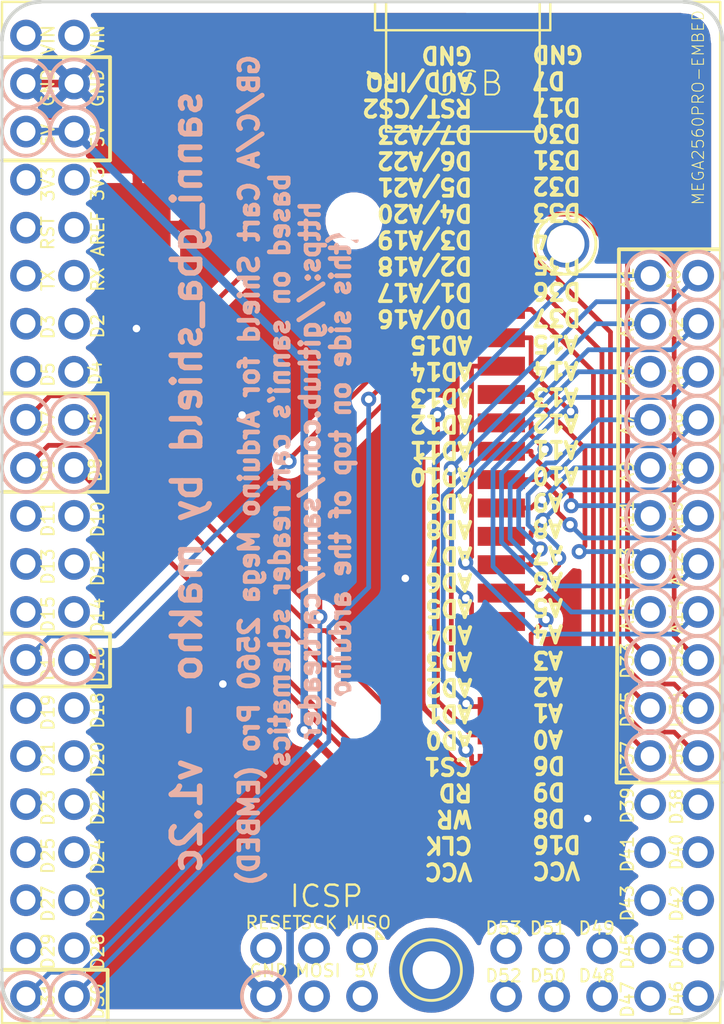
<source format=kicad_pcb>
(kicad_pcb (version 20171130) (host pcbnew "(5.1.5)-2")

  (general
    (thickness 1.6)
    (drawings 61)
    (tracks 240)
    (zones 0)
    (modules 2)
    (nets 33)
  )

  (page User 129.997 129.997)
  (layers
    (0 F.Cu signal)
    (31 B.Cu signal)
    (32 B.Adhes user)
    (33 F.Adhes user)
    (34 B.Paste user)
    (35 F.Paste user)
    (36 B.SilkS user)
    (37 F.SilkS user)
    (38 B.Mask user)
    (39 F.Mask user)
    (40 Dwgs.User user)
    (41 Cmts.User user)
    (42 Eco1.User user)
    (43 Eco2.User user)
    (44 Edge.Cuts user)
    (45 Margin user)
    (46 B.CrtYd user)
    (47 F.CrtYd user)
    (48 B.Fab user)
    (49 F.Fab user)
  )

  (setup
    (last_trace_width 0.25)
    (user_trace_width 0.25)
    (user_trace_width 0.4)
    (user_trace_width 0.75)
    (trace_clearance 0.2)
    (zone_clearance 0.508)
    (zone_45_only no)
    (trace_min 0.2)
    (via_size 0.8)
    (via_drill 0.4)
    (via_min_size 0.4)
    (via_min_drill 0.3)
    (uvia_size 0.3)
    (uvia_drill 0.1)
    (uvias_allowed no)
    (uvia_min_size 0.2)
    (uvia_min_drill 0.1)
    (edge_width 0.15)
    (segment_width 0.2)
    (pcb_text_width 0.3)
    (pcb_text_size 1.5 1.5)
    (mod_edge_width 0.15)
    (mod_text_size 1 1)
    (mod_text_width 0.15)
    (pad_size 4.5 3.5)
    (pad_drill 0)
    (pad_to_mask_clearance 0.2)
    (solder_mask_min_width 0.25)
    (aux_axis_origin 0 0)
    (visible_elements 7FFFFFFF)
    (pcbplotparams
      (layerselection 0x010f0_ffffffff)
      (usegerberextensions true)
      (usegerberattributes false)
      (usegerberadvancedattributes false)
      (creategerberjobfile false)
      (excludeedgelayer true)
      (linewidth 0.100000)
      (plotframeref false)
      (viasonmask false)
      (mode 1)
      (useauxorigin false)
      (hpglpennumber 1)
      (hpglpenspeed 20)
      (hpglpendiameter 15.000000)
      (psnegative false)
      (psa4output false)
      (plotreference true)
      (plotvalue true)
      (plotinvisibletext false)
      (padsonsilk false)
      (subtractmaskfromsilk false)
      (outputformat 1)
      (mirror false)
      (drillshape 0)
      (scaleselection 1)
      (outputdirectory "gerber/"))
  )

  (net 0 "")
  (net 1 GND)
  (net 2 VCC)
  (net 3 A9)
  (net 4 D16)
  (net 5 D8)
  (net 6 D9)
  (net 7 D6)
  (net 8 A0)
  (net 9 A1)
  (net 10 A2)
  (net 11 A3)
  (net 12 A4)
  (net 13 A5)
  (net 14 A6)
  (net 15 A7)
  (net 16 A8)
  (net 17 A10)
  (net 18 A11)
  (net 19 A12)
  (net 20 A13)
  (net 21 A14)
  (net 22 A15)
  (net 23 D37)
  (net 24 D36)
  (net 25 D35)
  (net 26 D34)
  (net 27 D33)
  (net 28 D32)
  (net 29 D31)
  (net 30 D30)
  (net 31 D17)
  (net 32 D7)

  (net_class Default "This is the default net class."
    (clearance 0.2)
    (trace_width 0.25)
    (via_dia 0.8)
    (via_drill 0.4)
    (uvia_dia 0.3)
    (uvia_drill 0.1)
    (add_net A0)
    (add_net A1)
    (add_net A10)
    (add_net A11)
    (add_net A12)
    (add_net A13)
    (add_net A14)
    (add_net A15)
    (add_net A2)
    (add_net A3)
    (add_net A4)
    (add_net A5)
    (add_net A6)
    (add_net A7)
    (add_net A8)
    (add_net A9)
    (add_net D16)
    (add_net D17)
    (add_net D30)
    (add_net D31)
    (add_net D32)
    (add_net D33)
    (add_net D34)
    (add_net D35)
    (add_net D36)
    (add_net D37)
    (add_net D6)
    (add_net D7)
    (add_net D8)
    (add_net D9)
  )

  (net_class power ""
    (clearance 0.2)
    (trace_width 0.4)
    (via_dia 0.8)
    (via_drill 0.4)
    (uvia_dia 0.3)
    (uvia_drill 0.1)
    (add_net GND)
    (add_net VCC)
  )

  (net_class source ""
    (clearance 0.2)
    (trace_width 0.75)
    (via_dia 0.8)
    (via_drill 0.4)
    (uvia_dia 0.3)
    (uvia_drill 0.1)
  )

  (module misc_footprints:MEGA2560PRO-EMBED (layer F.Cu) (tedit 5CD77CD7) (tstamp 5C9CE58A)
    (at 43.688 49.53 270)
    (descr ROBOTDYN)
    (tags ROBOTDYN)
    (path /5C6F86AE)
    (attr virtual)
    (fp_text reference MEGA2560PRO101 (at -7.62 -8.255 270) (layer F.SilkS) hide
      (effects (font (size 0.6096 0.6096) (thickness 0.0508)))
    )
    (fp_text value MEGA2560PRO-EMBED (at -29.21 -16.51 270) (layer F.SilkS)
      (effects (font (size 0.6096 0.6096) (thickness 0.0508)))
    )
    (fp_circle (center 16.4 -2.38586) (end 18 -2.38586) (layer F.SilkS) (width 0.15))
    (fp_circle (center -22 -9.5) (end -20.4 -9.5) (layer F.SilkS) (width 0.15))
    (fp_text user USB (at -30.48 -4.318) (layer F.SilkS)
      (effects (font (size 1.27 1.27) (thickness 0.1016)))
    )
    (fp_text user 5V (at 16.42872 1.08966) (layer F.SilkS)
      (effects (font (size 0.6604 0.6604) (thickness 0.1016)))
    )
    (fp_text user MOSI (at 16.42872 3.60426) (layer F.SilkS)
      (effects (font (size 0.6604 0.6604) (thickness 0.1016)))
    )
    (fp_text user GND (at 16.42872 6.22046) (layer F.SilkS)
      (effects (font (size 0.6604 0.6604) (thickness 0.1016)))
    )
    (fp_text user RESET (at 13.88872 5.94106) (layer F.SilkS)
      (effects (font (size 0.6604 0.6604) (thickness 0.1016)))
    )
    (fp_text user SCK (at 13.88872 3.55346) (layer F.SilkS)
      (effects (font (size 0.6604 0.6604) (thickness 0.1016)))
    )
    (fp_text user MISO (at 13.88872 0.93726) (layer F.SilkS)
      (effects (font (size 0.6604 0.6604) (thickness 0.1016)))
    )
    (fp_text user 3V3 (at -25.19172 15.25778 270) (layer F.SilkS)
      (effects (font (size 0.6604 0.6604) (thickness 0.1016)))
    )
    (fp_text user GND (at -30.24632 15.26794 270) (layer F.SilkS)
      (effects (font (size 0.6604 0.6604) (thickness 0.1016)))
    )
    (fp_text user 5V (at -27.69616 15.2527 270) (layer F.SilkS)
      (effects (font (size 0.6604 0.6604) (thickness 0.1016)))
    )
    (fp_text user VIN (at -32.7914 15.2527 270) (layer F.SilkS)
      (effects (font (size 0.6604 0.6604) (thickness 0.1016)))
    )
    (fp_text user ICSP (at 12.48918 3.15722) (layer F.SilkS)
      (effects (font (size 1.13284 1.13284) (thickness 0.127)))
    )
    (fp_text user A0 (at -20.1041 -15.24 270) (layer F.SilkS)
      (effects (font (size 0.6604 0.6604) (thickness 0.1016)))
    )
    (fp_text user A1 (at -20.17014 -12.76604 270) (layer F.SilkS)
      (effects (font (size 0.6604 0.6604) (thickness 0.1016)))
    )
    (fp_text user A2 (at -17.56156 -15.367 270) (layer F.SilkS)
      (effects (font (size 0.6604 0.6604) (thickness 0.1016)))
    )
    (fp_text user A3 (at -17.5768 -12.76604 270) (layer F.SilkS)
      (effects (font (size 0.6604 0.6604) (thickness 0.1016)))
    )
    (fp_text user A4 (at -15.04188 -15.37208 270) (layer F.SilkS)
      (effects (font (size 0.6604 0.6604) (thickness 0.1016)))
    )
    (fp_text user A5 (at -15.04442 -12.76858 270) (layer F.SilkS)
      (effects (font (size 0.6604 0.6604) (thickness 0.1016)))
    )
    (fp_text user A7 (at -12.44854 -12.76858 270) (layer F.SilkS)
      (effects (font (size 0.6604 0.6604) (thickness 0.1016)))
    )
    (fp_text user A6 (at -12.5222 -15.367 270) (layer F.SilkS)
      (effects (font (size 0.6604 0.6604) (thickness 0.1016)))
    )
    (fp_text user A8 (at -9.92886 -15.367 270) (layer F.SilkS)
      (effects (font (size 0.6604 0.6604) (thickness 0.1016)))
    )
    (fp_text user A9 (at -9.92632 -12.76604 270) (layer F.SilkS)
      (effects (font (size 0.6604 0.6604) (thickness 0.1016)))
    )
    (fp_text user D45 (at 15.4178 -12.76858 270) (layer F.SilkS)
      (effects (font (size 0.6604 0.6604) (thickness 0.1016)))
    )
    (fp_text user D44 (at 15.41272 -15.37208 270) (layer F.SilkS)
      (effects (font (size 0.6604 0.6604) (thickness 0.1016)))
    )
    (fp_text user A13 (at -5.0673 -12.76604 270) (layer F.SilkS)
      (effects (font (size 0.6604 0.6604) (thickness 0.1016)))
    )
    (fp_text user A15 (at -2.43078 -12.76604 270) (layer F.SilkS)
      (effects (font (size 0.6604 0.6604) (thickness 0.1016)))
    )
    (fp_text user D35 (at 2.61366 -12.76604 270) (layer F.SilkS)
      (effects (font (size 0.6604 0.6604) (thickness 0.1016)))
    )
    (fp_text user D37 (at 5.24256 -12.76604 270) (layer F.SilkS)
      (effects (font (size 0.6604 0.6604) (thickness 0.1016)))
    )
    (fp_text user D39 (at 7.69112 -12.76604 270) (layer F.SilkS)
      (effects (font (size 0.6604 0.6604) (thickness 0.1016)))
    )
    (fp_text user D41 (at 10.26668 -12.76604 270) (layer F.SilkS)
      (effects (font (size 0.6604 0.6604) (thickness 0.1016)))
    )
    (fp_text user D43 (at 12.85748 -12.76604 270) (layer F.SilkS)
      (effects (font (size 0.6604 0.6604) (thickness 0.1016)))
    )
    (fp_text user A12 (at -4.81838 -15.367 270) (layer F.SilkS)
      (effects (font (size 0.6604 0.6604) (thickness 0.1016)))
    )
    (fp_text user A14 (at -2.30378 -15.367 270) (layer F.SilkS)
      (effects (font (size 0.6604 0.6604) (thickness 0.1016)))
    )
    (fp_text user D34 (at 2.61366 -15.367 270) (layer F.SilkS)
      (effects (font (size 0.6604 0.6604) (thickness 0.1016)))
    )
    (fp_text user D36 (at 5.25526 -15.367 270) (layer F.SilkS)
      (effects (font (size 0.6604 0.6604) (thickness 0.1016)))
    )
    (fp_text user D38 (at 7.75716 -15.367 270) (layer F.SilkS)
      (effects (font (size 0.6604 0.6604) (thickness 0.1016)))
    )
    (fp_text user D40 (at 10.15746 -15.367 270) (layer F.SilkS)
      (effects (font (size 0.6604 0.6604) (thickness 0.1016)))
    )
    (fp_text user D42 (at 12.8778 -15.367 270) (layer F.SilkS)
      (effects (font (size 0.6604 0.6604) (thickness 0.1016)))
    )
    (fp_text user A11 (at -7.5692 -12.76604 270) (layer F.SilkS)
      (effects (font (size 0.6604 0.6604) (thickness 0.1016)))
    )
    (fp_text user D33 (at 0.0381 -12.76604 270) (layer F.SilkS)
      (effects (font (size 0.6604 0.6604) (thickness 0.1016)))
    )
    (fp_text user D47 (at 17.95272 -12.76858 270) (layer F.SilkS)
      (effects (font (size 0.6604 0.6604) (thickness 0.1016)))
    )
    (fp_text user A10 (at -7.49808 -15.367 270) (layer F.SilkS)
      (effects (font (size 0.6604 0.6604) (thickness 0.1016)))
    )
    (fp_text user D32 (at 0.07874 -15.367 270) (layer F.SilkS)
      (effects (font (size 0.6604 0.6604) (thickness 0.1016)))
    )
    (fp_text user D46 (at 17.91462 -15.367 270) (layer F.SilkS)
      (effects (font (size 0.6604 0.6604) (thickness 0.1016)))
    )
    (fp_text user D49 (at 14.17574 -11.14298 180) (layer F.SilkS)
      (effects (font (size 0.6604 0.6604) (thickness 0.1016)))
    )
    (fp_text user D51 (at 14.17574 -8.56488 180) (layer F.SilkS)
      (effects (font (size 0.6604 0.6604) (thickness 0.1016)))
    )
    (fp_text user D48 (at 16.69542 -11.14298 180) (layer F.SilkS)
      (effects (font (size 0.6604 0.6604) (thickness 0.1016)))
    )
    (fp_text user D50 (at 16.69542 -8.56996 180) (layer F.SilkS)
      (effects (font (size 0.6604 0.6604) (thickness 0.1016)))
    )
    (fp_text user D53 (at 14.17574 -6.22046 180) (layer F.SilkS)
      (effects (font (size 0.6604 0.6604) (thickness 0.1016)))
    )
    (fp_text user D52 (at 16.69542 -6.22046 180) (layer F.SilkS)
      (effects (font (size 0.6604 0.6604) (thickness 0.1016)))
    )
    (fp_text user D4 (at -15.16634 15.3797 270) (layer F.SilkS)
      (effects (font (size 0.6604 0.6604) (thickness 0.1016)))
    )
    (fp_text user D6 (at -12.48664 15.38478 270) (layer F.SilkS)
      (effects (font (size 0.6604 0.6604) (thickness 0.1016)))
    )
    (fp_text user AREF (at -22.53996 15.2527 270) (layer F.SilkS)
      (effects (font (size 0.6604 0.6604) (thickness 0.1016)))
    )
    (fp_text user RX (at -20.11934 15.2527 270) (layer F.SilkS)
      (effects (font (size 0.6604 0.6604) (thickness 0.1016)))
    )
    (fp_text user D2 (at -17.653 15.25778 270) (layer F.SilkS)
      (effects (font (size 0.6604 0.6604) (thickness 0.1016)))
    )
    (fp_text user D8 (at -10.05332 15.38478 270) (layer F.SilkS)
      (effects (font (size 0.6604 0.6604) (thickness 0.1016)))
    )
    (fp_text user D10 (at -7.44474 15.25778 270) (layer F.SilkS)
      (effects (font (size 0.6604 0.6604) (thickness 0.1016)))
    )
    (fp_text user D12 (at -4.85902 15.25778 270) (layer F.SilkS)
      (effects (font (size 0.6604 0.6604) (thickness 0.1016)))
    )
    (fp_text user D16 (at 0.23114 15.25778 270) (layer F.SilkS)
      (effects (font (size 0.6604 0.6604) (thickness 0.1016)))
    )
    (fp_text user D20 (at 5.25526 15.25778 270) (layer F.SilkS)
      (effects (font (size 0.6604 0.6604) (thickness 0.1016)))
    )
    (fp_text user D22 (at 7.79018 15.25778 270) (layer F.SilkS)
      (effects (font (size 0.6604 0.6604) (thickness 0.1016)))
    )
    (fp_text user D26 (at 12.90828 15.25778 270) (layer F.SilkS)
      (effects (font (size 0.6604 0.6604) (thickness 0.1016)))
    )
    (fp_text user D28 (at 15.42034 15.25778 270) (layer F.SilkS)
      (effects (font (size 0.6604 0.6604) (thickness 0.1016)))
    )
    (fp_text user D18 (at 2.667 15.25778 270) (layer F.SilkS)
      (effects (font (size 0.6604 0.6604) (thickness 0.1016)))
    )
    (fp_text user D24 (at 10.39876 15.25778 270) (layer F.SilkS)
      (effects (font (size 0.6604 0.6604) (thickness 0.1016)))
    )
    (fp_text user D30 (at 18.04924 15.25778 270) (layer F.SilkS)
      (effects (font (size 0.6604 0.6604) (thickness 0.1016)))
    )
    (fp_text user D14 (at -2.33426 15.25778 270) (layer F.SilkS)
      (effects (font (size 0.6604 0.6604) (thickness 0.1016)))
    )
    (fp_text user VIN (at -32.7914 17.88414 270) (layer F.SilkS)
      (effects (font (size 0.6604 0.6604) (thickness 0.1016)))
    )
    (fp_text user D7 (at -12.55776 17.88414 270) (layer F.SilkS)
      (effects (font (size 0.6604 0.6604) (thickness 0.1016)))
    )
    (fp_text user D15 (at -2.41808 17.88668 270) (layer F.SilkS)
      (effects (font (size 0.6604 0.6604) (thickness 0.1016)))
    )
    (fp_text user D23 (at 7.8105 17.88668 270) (layer F.SilkS)
      (effects (font (size 0.6604 0.6604) (thickness 0.1016)))
    )
    (fp_text user D31 (at 17.9959 17.88668 270) (layer F.SilkS)
      (effects (font (size 0.6604 0.6604) (thickness 0.1016)))
    )
    (fp_text user GND (at -30.26664 17.89684 270) (layer F.SilkS)
      (effects (font (size 0.6604 0.6604) (thickness 0.1016)))
    )
    (fp_text user 5V (at -27.74442 17.88414 270) (layer F.SilkS)
      (effects (font (size 0.6604 0.6604) (thickness 0.1016)))
    )
    (fp_text user TX (at -20.08124 17.88414 270) (layer F.SilkS)
      (effects (font (size 0.6604 0.6604) (thickness 0.1016)))
    )
    (fp_text user D3 (at -17.60474 17.88668 270) (layer F.SilkS)
      (effects (font (size 0.6604 0.6604) (thickness 0.1016)))
    )
    (fp_text user RST (at -22.57044 17.89684 270) (layer F.SilkS)
      (effects (font (size 0.6604 0.6604) (thickness 0.1016)))
    )
    (fp_text user D5 (at -15.09268 17.88414 270) (layer F.SilkS)
      (effects (font (size 0.6604 0.6604) (thickness 0.1016)))
    )
    (fp_text user D9 (at -10.03554 17.88668 270) (layer F.SilkS)
      (effects (font (size 0.6604 0.6604) (thickness 0.1016)))
    )
    (fp_text user D11 (at -7.45744 17.88668 270) (layer F.SilkS)
      (effects (font (size 0.6604 0.6604) (thickness 0.1016)))
    )
    (fp_text user D13 (at -4.9403 17.88668 270) (layer F.SilkS)
      (effects (font (size 0.6604 0.6604) (thickness 0.1016)))
    )
    (fp_text user D19 (at 2.77368 17.88668 270) (layer F.SilkS)
      (effects (font (size 0.6604 0.6604) (thickness 0.1016)))
    )
    (fp_text user D21 (at 5.23748 17.88668 270) (layer F.SilkS)
      (effects (font (size 0.6604 0.6604) (thickness 0.1016)))
    )
    (fp_text user D25 (at 10.35304 17.88668 270) (layer F.SilkS)
      (effects (font (size 0.6604 0.6604) (thickness 0.1016)))
    )
    (fp_text user D27 (at 12.8905 17.88668 270) (layer F.SilkS)
      (effects (font (size 0.6604 0.6604) (thickness 0.1016)))
    )
    (fp_text user 3V3 (at -25.16378 17.88668 270) (layer F.SilkS)
      (effects (font (size 0.6604 0.6604) (thickness 0.1016)))
    )
    (fp_text user D17 (at 0.14224 17.88668 270) (layer F.SilkS)
      (effects (font (size 0.6604 0.6604) (thickness 0.1016)))
    )
    (fp_text user D29 (at 15.41526 17.88668 270) (layer F.SilkS)
      (effects (font (size 0.6604 0.6604) (thickness 0.1016)))
    )
    (fp_line (start -27.94 -8.128) (end -34.798 -8.128) (layer F.SilkS) (width 0.127))
    (fp_line (start -27.94 0) (end -27.94 -8.128) (layer F.SilkS) (width 0.127))
    (fp_line (start -34.798 0) (end -27.94 0) (layer F.SilkS) (width 0.127))
    (fp_line (start -34.798 -8.128) (end -34.798 0) (layer F.SilkS) (width 0.127))
    (fp_line (start 14.732 0.508) (end 14.47546 0.508) (layer F.SilkS) (width 0.127))
    (fp_line (start 14.732 0.127) (end 14.732 0.508) (layer F.SilkS) (width 0.127))
    (fp_line (start 14.34846 0.508) (end 14.732 0.127) (layer F.SilkS) (width 0.127))
    (fp_line (start 14.47546 0.508) (end 14.34846 0.508) (layer F.SilkS) (width 0.127))
    (fp_line (start 14.605 0.508) (end 14.47546 0.508) (layer F.SilkS) (width 0.127))
    (fp_line (start -34.798 20.32) (end 19.2024 20.32) (layer F.SilkS) (width 0.127))
    (fp_line (start -34.798 20.32) (end -34.798 0.5842) (layer F.SilkS) (width 0.127))
    (fp_line (start -34.798 0.5842) (end -33.2994 0.5842) (layer F.SilkS) (width 0.127))
    (fp_line (start -33.2994 0.5842) (end -33.2994 -8.6868) (layer F.SilkS) (width 0.127))
    (fp_line (start -34.798 -8.6868) (end -33.2994 -8.6868) (layer F.SilkS) (width 0.127))
    (fp_line (start -34.798 -8.6868) (end -34.798 -17.67586) (layer F.SilkS) (width 0.127))
    (fp_line (start -34.798 -17.67586) (end 19.2024 -17.67586) (layer F.SilkS) (width 0.127))
    (fp_line (start 19.2024 20.32) (end 19.2024 -17.67586) (layer F.SilkS) (width 0.127))
    (pad "" np_thru_hole circle (at -22 -9.5 270) (size 2.5 2.5) (drill 2) (layers *.Cu *.Mask))
    (pad "" np_thru_hole circle (at 16.4 -2.4 270) (size 4.5 4.5) (drill 2) (layers *.Cu *.Mask))
    (pad VIN@2 thru_hole circle (at -33.02 16.51 270) (size 1.6764 1.6764) (drill 1) (layers *.Cu *.Paste *.Mask))
    (pad VIN@1 thru_hole circle (at -33.02 19.05 270) (size 1.6764 1.6764) (drill 1) (layers *.Cu *.Paste *.Mask))
    (pad TX thru_hole circle (at -20.32 19.05 270) (size 1.6764 1.6764) (drill 1) (layers *.Cu *.Paste *.Mask))
    (pad SCK thru_hole circle (at 15.24 3.81 270) (size 1.6764 1.6764) (drill 1) (layers *.Cu *.Paste *.Mask))
    (pad RX thru_hole circle (at -20.32 16.51 270) (size 1.6764 1.6764) (drill 1) (layers *.Cu *.Paste *.Mask))
    (pad RST thru_hole circle (at -22.86 19.05 270) (size 1.6764 1.6764) (drill 1) (layers *.Cu *.Paste *.Mask))
    (pad RESET thru_hole circle (at 15.24 6.35 270) (size 1.6764 1.6764) (drill 1) (layers *.Cu *.Paste *.Mask))
    (pad MOSI thru_hole circle (at 17.78 3.81 270) (size 1.6764 1.6764) (drill 1) (layers *.Cu *.Paste *.Mask))
    (pad MISO thru_hole circle (at 15.24 1.27 270) (size 1.6764 1.6764) (drill 1) (layers *.Cu *.Paste *.Mask))
    (pad GND@3 thru_hole circle (at 17.78 6.35 270) (size 1.6764 1.6764) (drill 1) (layers *.Cu *.Paste *.Mask)
      (net 1 GND))
    (pad GND@2 thru_hole circle (at -30.48 16.51 270) (size 1.6764 1.6764) (drill 1) (layers *.Cu *.Paste *.Mask)
      (net 1 GND))
    (pad GND@1 thru_hole circle (at -30.48 19.05 270) (size 1.6764 1.6764) (drill 1) (layers *.Cu *.Paste *.Mask)
      (net 1 GND))
    (pad D53 thru_hole circle (at 15.24 -6.35 270) (size 1.6764 1.6764) (drill 1) (layers *.Cu *.Paste *.Mask))
    (pad D52 thru_hole circle (at 17.78 -6.35 270) (size 1.6764 1.6764) (drill 1) (layers *.Cu *.Paste *.Mask))
    (pad D51 thru_hole circle (at 15.24 -8.89 270) (size 1.6764 1.6764) (drill 1) (layers *.Cu *.Paste *.Mask))
    (pad D50 thru_hole circle (at 17.78 -8.89 270) (size 1.6764 1.6764) (drill 1) (layers *.Cu *.Paste *.Mask))
    (pad D49 thru_hole circle (at 15.24 -11.43 270) (size 1.6764 1.6764) (drill 1) (layers *.Cu *.Paste *.Mask))
    (pad D48 thru_hole circle (at 17.78 -11.43 270) (size 1.6764 1.6764) (drill 1) (layers *.Cu *.Paste *.Mask))
    (pad D47 thru_hole circle (at 17.78 -13.97 270) (size 1.6764 1.6764) (drill 1) (layers *.Cu *.Paste *.Mask))
    (pad D46 thru_hole circle (at 17.78 -16.51 270) (size 1.6764 1.6764) (drill 1) (layers *.Cu *.Paste *.Mask))
    (pad D45 thru_hole circle (at 15.24 -13.97 270) (size 1.6764 1.6764) (drill 1) (layers *.Cu *.Paste *.Mask))
    (pad D44 thru_hole circle (at 15.24 -16.51 270) (size 1.6764 1.6764) (drill 1) (layers *.Cu *.Paste *.Mask))
    (pad D43 thru_hole circle (at 12.7 -13.97 270) (size 1.6764 1.6764) (drill 1) (layers *.Cu *.Paste *.Mask))
    (pad D42 thru_hole circle (at 12.7 -16.51 270) (size 1.6764 1.6764) (drill 1) (layers *.Cu *.Paste *.Mask))
    (pad D41 thru_hole circle (at 10.16 -13.97 270) (size 1.6764 1.6764) (drill 1) (layers *.Cu *.Paste *.Mask))
    (pad D40 thru_hole circle (at 10.16 -16.51 270) (size 1.6764 1.6764) (drill 1) (layers *.Cu *.Paste *.Mask))
    (pad D39 thru_hole circle (at 7.62 -13.97 270) (size 1.6764 1.6764) (drill 1) (layers *.Cu *.Paste *.Mask))
    (pad D38 thru_hole circle (at 7.62 -16.51 270) (size 1.6764 1.6764) (drill 1) (layers *.Cu *.Paste *.Mask))
    (pad D37 thru_hole circle (at 5.08 -13.97 270) (size 1.6764 1.6764) (drill 1) (layers *.Cu *.Paste *.Mask)
      (net 23 D37))
    (pad D36 thru_hole circle (at 5.08 -16.51 270) (size 1.6764 1.6764) (drill 1) (layers *.Cu *.Paste *.Mask)
      (net 24 D36))
    (pad D35 thru_hole circle (at 2.54 -13.97 270) (size 1.6764 1.6764) (drill 1) (layers *.Cu *.Paste *.Mask)
      (net 25 D35))
    (pad D34 thru_hole circle (at 2.54 -16.51 270) (size 1.6764 1.6764) (drill 1) (layers *.Cu *.Paste *.Mask)
      (net 26 D34))
    (pad D33 thru_hole circle (at 0 -13.97 270) (size 1.6764 1.6764) (drill 1) (layers *.Cu *.Paste *.Mask)
      (net 27 D33))
    (pad D32 thru_hole circle (at 0 -16.51 270) (size 1.6764 1.6764) (drill 1) (layers *.Cu *.Paste *.Mask)
      (net 28 D32))
    (pad D31 thru_hole circle (at 17.78 19.05 270) (size 1.6764 1.6764) (drill 1) (layers *.Cu *.Paste *.Mask)
      (net 29 D31))
    (pad D30 thru_hole circle (at 17.78 16.51 270) (size 1.6764 1.6764) (drill 1) (layers *.Cu *.Paste *.Mask)
      (net 30 D30))
    (pad D29 thru_hole circle (at 15.24 19.05 270) (size 1.6764 1.6764) (drill 1) (layers *.Cu *.Paste *.Mask))
    (pad D28 thru_hole circle (at 15.24 16.51 270) (size 1.6764 1.6764) (drill 1) (layers *.Cu *.Paste *.Mask))
    (pad D27 thru_hole circle (at 12.7 19.05 270) (size 1.6764 1.6764) (drill 1) (layers *.Cu *.Paste *.Mask))
    (pad D26 thru_hole circle (at 12.7 16.51 270) (size 1.6764 1.6764) (drill 1) (layers *.Cu *.Paste *.Mask))
    (pad D25 thru_hole circle (at 10.16 19.05 270) (size 1.6764 1.6764) (drill 1) (layers *.Cu *.Paste *.Mask))
    (pad D24 thru_hole circle (at 10.16 16.51 270) (size 1.6764 1.6764) (drill 1) (layers *.Cu *.Paste *.Mask))
    (pad D23 thru_hole circle (at 7.62 19.05 270) (size 1.6764 1.6764) (drill 1) (layers *.Cu *.Paste *.Mask))
    (pad D22 thru_hole circle (at 7.62 16.51 270) (size 1.6764 1.6764) (drill 1) (layers *.Cu *.Paste *.Mask))
    (pad D21 thru_hole circle (at 5.08 19.05 270) (size 1.6764 1.6764) (drill 1) (layers *.Cu *.Paste *.Mask))
    (pad D20 thru_hole circle (at 5.08 16.51 270) (size 1.6764 1.6764) (drill 1) (layers *.Cu *.Paste *.Mask))
    (pad D19 thru_hole circle (at 2.54 19.05 270) (size 1.6764 1.6764) (drill 1) (layers *.Cu *.Paste *.Mask))
    (pad D18 thru_hole circle (at 2.54 16.51 270) (size 1.6764 1.6764) (drill 1) (layers *.Cu *.Paste *.Mask))
    (pad D17 thru_hole circle (at 0 19.05 270) (size 1.6764 1.6764) (drill 1) (layers *.Cu *.Paste *.Mask)
      (net 31 D17))
    (pad D16 thru_hole circle (at 0 16.51 270) (size 1.6764 1.6764) (drill 1) (layers *.Cu *.Paste *.Mask)
      (net 4 D16))
    (pad D15 thru_hole circle (at -2.54 19.05 270) (size 1.6764 1.6764) (drill 1) (layers *.Cu *.Paste *.Mask))
    (pad D14 thru_hole circle (at -2.54 16.51 270) (size 1.6764 1.6764) (drill 1) (layers *.Cu *.Paste *.Mask))
    (pad D13 thru_hole circle (at -5.08 19.05 270) (size 1.6764 1.6764) (drill 1) (layers *.Cu *.Paste *.Mask))
    (pad D12 thru_hole circle (at -5.08 16.51 270) (size 1.6764 1.6764) (drill 1) (layers *.Cu *.Paste *.Mask))
    (pad D11 thru_hole circle (at -7.62 19.05 270) (size 1.6764 1.6764) (drill 1) (layers *.Cu *.Paste *.Mask))
    (pad D10 thru_hole circle (at -7.62 16.51 270) (size 1.6764 1.6764) (drill 1) (layers *.Cu *.Paste *.Mask))
    (pad D9 thru_hole circle (at -10.16 19.05 270) (size 1.6764 1.6764) (drill 1) (layers *.Cu *.Paste *.Mask)
      (net 6 D9))
    (pad D8 thru_hole circle (at -10.16 16.51 270) (size 1.6764 1.6764) (drill 1) (layers *.Cu *.Paste *.Mask)
      (net 5 D8))
    (pad D7 thru_hole circle (at -12.7 19.05 270) (size 1.6764 1.6764) (drill 1) (layers *.Cu *.Paste *.Mask)
      (net 32 D7))
    (pad D6 thru_hole circle (at -12.7 16.51 270) (size 1.6764 1.6764) (drill 1) (layers *.Cu *.Paste *.Mask)
      (net 7 D6))
    (pad D5 thru_hole circle (at -15.24 19.05 270) (size 1.6764 1.6764) (drill 1) (layers *.Cu *.Paste *.Mask))
    (pad D4 thru_hole circle (at -15.24 16.51 270) (size 1.6764 1.6764) (drill 1) (layers *.Cu *.Paste *.Mask))
    (pad D3 thru_hole circle (at -17.78 19.05 270) (size 1.6764 1.6764) (drill 1) (layers *.Cu *.Paste *.Mask))
    (pad D2 thru_hole circle (at -17.78 16.51 270) (size 1.6764 1.6764) (drill 1) (layers *.Cu *.Paste *.Mask))
    (pad AREF thru_hole circle (at -22.86 16.51 270) (size 1.6764 1.6764) (drill 1) (layers *.Cu *.Paste *.Mask))
    (pad A15 thru_hole circle (at -2.54 -13.97 270) (size 1.6764 1.6764) (drill 1) (layers *.Cu *.Paste *.Mask)
      (net 22 A15))
    (pad A14 thru_hole circle (at -2.54 -16.51 270) (size 1.6764 1.6764) (drill 1) (layers *.Cu *.Paste *.Mask)
      (net 21 A14))
    (pad A13 thru_hole circle (at -5.08 -13.97 270) (size 1.6764 1.6764) (drill 1) (layers *.Cu *.Paste *.Mask)
      (net 20 A13))
    (pad A12 thru_hole circle (at -5.08 -16.51 270) (size 1.6764 1.6764) (drill 1) (layers *.Cu *.Paste *.Mask)
      (net 19 A12))
    (pad A11 thru_hole circle (at -7.62 -13.97 270) (size 1.6764 1.6764) (drill 1) (layers *.Cu *.Paste *.Mask)
      (net 18 A11))
    (pad A10 thru_hole circle (at -7.62 -16.51 270) (size 1.6764 1.6764) (drill 1) (layers *.Cu *.Paste *.Mask)
      (net 17 A10))
    (pad A9 thru_hole circle (at -10.16 -13.97 270) (size 1.6764 1.6764) (drill 1) (layers *.Cu *.Paste *.Mask)
      (net 3 A9))
    (pad A8 thru_hole circle (at -10.16 -16.51 270) (size 1.6764 1.6764) (drill 1) (layers *.Cu *.Paste *.Mask)
      (net 16 A8))
    (pad A7 thru_hole circle (at -12.7 -13.97 270) (size 1.6764 1.6764) (drill 1) (layers *.Cu *.Paste *.Mask)
      (net 15 A7))
    (pad A6 thru_hole circle (at -12.7 -16.51 270) (size 1.6764 1.6764) (drill 1) (layers *.Cu *.Paste *.Mask)
      (net 14 A6))
    (pad A5 thru_hole circle (at -15.24 -13.97 270) (size 1.6764 1.6764) (drill 1) (layers *.Cu *.Paste *.Mask)
      (net 13 A5))
    (pad A4 thru_hole circle (at -15.24 -16.51 270) (size 1.6764 1.6764) (drill 1) (layers *.Cu *.Paste *.Mask)
      (net 12 A4))
    (pad A3 thru_hole circle (at -17.78 -13.97 270) (size 1.6764 1.6764) (drill 1) (layers *.Cu *.Paste *.Mask)
      (net 11 A3))
    (pad A2 thru_hole circle (at -17.78 -16.51 270) (size 1.6764 1.6764) (drill 1) (layers *.Cu *.Paste *.Mask)
      (net 10 A2))
    (pad A1 thru_hole circle (at -20.32 -13.97 270) (size 1.6764 1.6764) (drill 1) (layers *.Cu *.Paste *.Mask)
      (net 9 A1))
    (pad A0 thru_hole circle (at -20.32 -16.51 270) (size 1.6764 1.6764) (drill 1) (layers *.Cu *.Paste *.Mask)
      (net 8 A0))
    (pad 5V@3 thru_hole circle (at 17.78 1.27 270) (size 1.6764 1.6764) (drill 1) (layers *.Cu *.Paste *.Mask))
    (pad 5V@2 thru_hole circle (at -27.94 16.51 270) (size 1.6764 1.6764) (drill 1) (layers *.Cu *.Paste *.Mask)
      (net 2 VCC))
    (pad 5V@1 thru_hole circle (at -27.94 19.05 270) (size 1.6764 1.6764) (drill 1) (layers *.Cu *.Paste *.Mask)
      (net 2 VCC))
    (pad 3V3@2 thru_hole circle (at -25.4 16.51 270) (size 1.6764 1.6764) (drill 1) (layers *.Cu *.Paste *.Mask))
    (pad 3V3@1 thru_hole circle (at -25.4 19.05 270) (size 1.6764 1.6764) (drill 1) (layers *.Cu *.Paste *.Mask))
  )

  (module misc_footprints:DSL_Cartridge_Reader_Micro (layer F.Cu) (tedit 5CD796E7) (tstamp 5CE42061)
    (at 44.034 39.2421 90)
    (descr "Game Boy cartridge slot, DealExtreme 37787")
    (tags "gameboy cartridge slot")
    (path /5C70A166)
    (attr smd)
    (fp_text reference J1 (at 0 1.7272 270) (layer F.SilkS)
      (effects (font (size 1 1) (thickness 0.15)))
    )
    (fp_text value GameBoy_Cartridge (at 0 -11 90) (layer F.Fab)
      (effects (font (size 1 1) (thickness 0.15)))
    )
    (fp_text user %R (at 0 -1 90) (layer F.Fab)
      (effects (font (size 2 2) (thickness 0.2)))
    )
    (pad 32 smd rect (at 23.25 5.75 90) (size 1 2.5) (layers F.Cu F.Paste F.Mask)
      (net 1 GND))
    (pad 31 smd rect (at 21.75 5.75 90) (size 1 2.5) (layers F.Cu F.Paste F.Mask)
      (net 32 D7))
    (pad 30 smd rect (at 20.25 5.75 90) (size 1 2.5) (layers F.Cu F.Paste F.Mask)
      (net 31 D17))
    (pad 29 smd rect (at 18.75 5.75 90) (size 1 2.5) (layers F.Cu F.Paste F.Mask)
      (net 30 D30))
    (pad 28 smd rect (at 17.25 5.75 90) (size 1 2.5) (layers F.Cu F.Paste F.Mask)
      (net 29 D31))
    (pad 27 smd rect (at 15.75 5.75 90) (size 1 2.5) (layers F.Cu F.Paste F.Mask)
      (net 28 D32))
    (pad 26 smd rect (at 14.25 5.75 90) (size 1 2.5) (layers F.Cu F.Paste F.Mask)
      (net 27 D33))
    (pad 25 smd rect (at 12.75 5.75 90) (size 1 2.5) (layers F.Cu F.Paste F.Mask)
      (net 26 D34))
    (pad 24 smd rect (at 11.25 5.75 90) (size 1 2.5) (layers F.Cu F.Paste F.Mask)
      (net 25 D35))
    (pad 23 smd rect (at 9.75 5.75 90) (size 1 2.5) (layers F.Cu F.Paste F.Mask)
      (net 24 D36))
    (pad 22 smd rect (at 8.25 5.75 90) (size 1 2.5) (layers F.Cu F.Paste F.Mask)
      (net 23 D37))
    (pad 21 smd rect (at 6.75 5.75 90) (size 1 2.5) (layers F.Cu F.Paste F.Mask)
      (net 22 A15))
    (pad 20 smd rect (at 5.25 5.75 90) (size 1 2.5) (layers F.Cu F.Paste F.Mask)
      (net 21 A14))
    (pad 19 smd rect (at 3.75 5.75 90) (size 1 2.5) (layers F.Cu F.Paste F.Mask)
      (net 20 A13))
    (pad 18 smd rect (at 2.25 5.75 90) (size 1 2.5) (layers F.Cu F.Paste F.Mask)
      (net 19 A12))
    (pad 17 smd rect (at 0.75 5.75 90) (size 1 2.5) (layers F.Cu F.Paste F.Mask)
      (net 18 A11))
    (pad 16 smd rect (at -0.75 5.75 90) (size 1 2.5) (layers F.Cu F.Paste F.Mask)
      (net 17 A10))
    (pad 14 smd rect (at -3.75 5.75 90) (size 1 2.5) (layers F.Cu F.Paste F.Mask)
      (net 16 A8))
    (pad 13 smd rect (at -5.25 5.75 90) (size 1 2.5) (layers F.Cu F.Paste F.Mask)
      (net 15 A7))
    (pad 12 smd rect (at -6.75 5.75 90) (size 1 2.5) (layers F.Cu F.Paste F.Mask)
      (net 14 A6))
    (pad 11 smd rect (at -8.25 5.75 90) (size 1 2.5) (layers F.Cu F.Paste F.Mask)
      (net 13 A5))
    (pad 10 smd rect (at -9.75 5.75 90) (size 1 2.5) (layers F.Cu F.Paste F.Mask)
      (net 12 A4))
    (pad 9 smd rect (at -11.25 5.75 90) (size 1 2.5) (layers F.Cu F.Paste F.Mask)
      (net 11 A3))
    (pad 8 smd rect (at -12.75 5.75 90) (size 1 2.5) (layers F.Cu F.Paste F.Mask)
      (net 10 A2))
    (pad 7 smd rect (at -14.25 5.75 90) (size 1 2.5) (layers F.Cu F.Paste F.Mask)
      (net 9 A1))
    (pad 6 smd rect (at -15.75 5.75 90) (size 1 2.5) (layers F.Cu F.Paste F.Mask)
      (net 8 A0))
    (pad 5 smd rect (at -17.25 5.75 90) (size 1 2.5) (layers F.Cu F.Paste F.Mask)
      (net 7 D6))
    (pad 4 smd rect (at -18.75 5.75 90) (size 1 2.5) (layers F.Cu F.Paste F.Mask)
      (net 6 D9))
    (pad 3 smd rect (at -20.25 5.75 90) (size 1 2.5) (layers F.Cu F.Paste F.Mask)
      (net 5 D8))
    (pad 2 smd rect (at -21.75 5.75 90) (size 1 2.5) (layers F.Cu F.Paste F.Mask)
      (net 4 D16))
    (pad 15 smd rect (at -2.25 5.75 90) (size 1 2.5) (layers F.Cu F.Paste F.Mask)
      (net 3 A9))
    (pad 1 smd rect (at -23.25 5.75 90) (size 1 2.5) (layers F.Cu F.Paste F.Mask)
      (net 2 VCC))
    (pad GND smd rect (at -12.68204 -13.50016 90) (size 4.5 3.5) (layers F.Cu F.Paste F.Mask)
      (net 1 GND) (zone_connect 1))
    (pad GND smd rect (at 12.68204 -13.50016 90) (size 4.5 3.5) (layers F.Cu F.Paste F.Mask)
      (net 1 GND) (zone_connect 1))
    (pad "" np_thru_hole circle (at 12.93204 -2.04724 90) (size 2 2) (drill 2) (layers *.Cu *.Mask))
    (pad "" np_thru_hole circle (at -12.93204 -2.04724 90) (size 2 2) (drill 2) (layers *.Cu *.Mask))
    (model ${KISYS3DMOD}/Gekkio_Connector_PCBEdge.3dshapes/GameBoy_Cartridge_DX-37787_1x32_P1.50mm_Socket_Horizontal.wrl
      (at (xyz 0 0 0))
      (scale (xyz 1 1 1))
      (rotate (xyz 0 0 0))
    )
  )

  (gr_line (start 29.083 23.114) (end 23.368 23.114) (layer F.SilkS) (width 0.2))
  (gr_line (start 29.083 17.653) (end 29.083 23.114) (layer F.SilkS) (width 0.2))
  (gr_line (start 23.368 17.653) (end 29.083 17.653) (layer F.SilkS) (width 0.2))
  (gr_line (start 28.956 40.64) (end 23.368 40.64) (layer F.SilkS) (width 0.2))
  (gr_line (start 28.956 35.433) (end 28.956 40.64) (layer F.SilkS) (width 0.2))
  (gr_line (start 23.495 35.433) (end 28.956 35.433) (layer F.SilkS) (width 0.2))
  (gr_line (start 29.083 50.927) (end 23.495 50.927) (layer F.SilkS) (width 0.2))
  (gr_line (start 29.083 48.133) (end 29.083 50.927) (layer F.SilkS) (width 0.2))
  (gr_line (start 23.495 48.133) (end 29.083 48.133) (layer F.SilkS) (width 0.2))
  (gr_line (start 28.956 65.913) (end 28.956 68.707) (layer F.SilkS) (width 0.2))
  (gr_line (start 23.368 65.913) (end 28.956 65.913) (layer F.SilkS) (width 0.2))
  (gr_line (start 56.007 27.813) (end 61.341 27.813) (layer F.SilkS) (width 0.2))
  (gr_line (start 55.88 56.007) (end 56.007 27.813) (layer F.SilkS) (width 0.2))
  (gr_line (start 61.468 56.007) (end 55.88 56.007) (layer F.SilkS) (width 0.2))
  (gr_circle (center 60.198 29.21) (end 61.468 29.337) (layer B.SilkS) (width 0.2) (tstamp 5D06B325))
  (gr_circle (center 57.658 29.21) (end 58.928 29.337) (layer B.SilkS) (width 0.2) (tstamp 5D06B325))
  (gr_circle (center 57.658 31.75) (end 58.928 31.877) (layer B.SilkS) (width 0.2) (tstamp 5D06B325))
  (gr_circle (center 60.198 31.75) (end 61.468 31.877) (layer B.SilkS) (width 0.2) (tstamp 5D06B325))
  (gr_circle (center 60.198 34.29) (end 61.468 34.417) (layer B.SilkS) (width 0.2) (tstamp 5D06B325))
  (gr_circle (center 57.658 34.29) (end 58.928 34.417) (layer B.SilkS) (width 0.2) (tstamp 5D06B325))
  (gr_circle (center 57.658 36.83) (end 58.928 36.957) (layer B.SilkS) (width 0.2) (tstamp 5D06B325))
  (gr_circle (center 60.198 36.83) (end 61.468 36.957) (layer B.SilkS) (width 0.2) (tstamp 5D06B325))
  (gr_circle (center 60.198 39.37) (end 61.468 39.497) (layer B.SilkS) (width 0.2) (tstamp 5D06B325))
  (gr_circle (center 57.658 39.37) (end 58.928 39.497) (layer B.SilkS) (width 0.2) (tstamp 5D06B325))
  (gr_circle (center 60.198 41.91) (end 61.468 42.037) (layer B.SilkS) (width 0.2) (tstamp 5D06B325))
  (gr_circle (center 57.658 41.91) (end 58.928 42.037) (layer B.SilkS) (width 0.2) (tstamp 5D06B325))
  (gr_circle (center 60.198 44.45) (end 61.468 44.577) (layer B.SilkS) (width 0.2) (tstamp 5D06B325))
  (gr_circle (center 57.658 44.45) (end 58.928 44.577) (layer B.SilkS) (width 0.2) (tstamp 5D06B325))
  (gr_circle (center 57.658 46.99) (end 58.928 47.117) (layer B.SilkS) (width 0.2) (tstamp 5D06B325))
  (gr_circle (center 60.198 46.99) (end 61.468 47.117) (layer B.SilkS) (width 0.2) (tstamp 5D06B325))
  (gr_circle (center 57.658 49.53) (end 58.928 49.657) (layer B.SilkS) (width 0.2) (tstamp 5D06B325))
  (gr_circle (center 60.198 49.53) (end 61.468 49.657) (layer B.SilkS) (width 0.2) (tstamp 5D06B325))
  (gr_circle (center 60.198 52.07) (end 61.468 52.197) (layer B.SilkS) (width 0.2) (tstamp 5D06B325))
  (gr_circle (center 57.658 52.07) (end 58.928 52.197) (layer B.SilkS) (width 0.2) (tstamp 5D06B325))
  (gr_circle (center 60.198 54.61) (end 61.468 54.737) (layer B.SilkS) (width 0.2) (tstamp 5D06B325))
  (gr_circle (center 57.658 54.61) (end 58.928 54.737) (layer B.SilkS) (width 0.2) (tstamp 5D06B325))
  (gr_circle (center 37.338 67.31) (end 38.608 67.437) (layer B.SilkS) (width 0.2) (tstamp 5D06B325))
  (gr_circle (center 27.178 67.31) (end 28.448 67.437) (layer B.SilkS) (width 0.2) (tstamp 5D06B325))
  (gr_circle (center 24.638 67.31) (end 25.908 67.437) (layer B.SilkS) (width 0.2) (tstamp 5D06B325))
  (gr_circle (center 27.178 49.53) (end 28.448 49.657) (layer B.SilkS) (width 0.2) (tstamp 5D06B325))
  (gr_circle (center 24.638 49.53) (end 25.908 49.657) (layer B.SilkS) (width 0.2) (tstamp 5D06B325))
  (gr_circle (center 27.178 39.37) (end 28.448 39.497) (layer B.SilkS) (width 0.2) (tstamp 5D06B325))
  (gr_circle (center 24.638 39.37) (end 25.908 39.497) (layer B.SilkS) (width 0.2) (tstamp 5D06B325))
  (gr_circle (center 27.178 36.83) (end 28.448 36.957) (layer B.SilkS) (width 0.2) (tstamp 5D06B325))
  (gr_circle (center 24.638 36.83) (end 25.908 36.957) (layer B.SilkS) (width 0.2) (tstamp 5D06B325))
  (gr_circle (center 24.638 19.05) (end 25.908 19.177) (layer B.SilkS) (width 0.2) (tstamp 5D06B325))
  (gr_circle (center 27.178 19.05) (end 28.448 19.177) (layer B.SilkS) (width 0.2) (tstamp 5D06B325))
  (gr_circle (center 24.638 21.59) (end 25.908 21.717) (layer B.SilkS) (width 0.2))
  (gr_circle (center 27.178 21.59) (end 28.448 21.717) (layer B.SilkS) (width 0.2))
  (gr_arc (start 25.4 66.548) (end 23.368 66.548) (angle -90) (layer Edge.Cuts) (width 0.2))
  (gr_arc (start 25.4 16.764) (end 25.4 14.732) (angle -90) (layer Edge.Cuts) (width 0.2))
  (gr_arc (start 59.436 16.764) (end 61.468 16.764) (angle -90) (layer Edge.Cuts) (width 0.2))
  (gr_arc (start 59.436 66.548) (end 59.436 68.58) (angle -90) (layer Edge.Cuts) (width 0.2))
  (gr_text "VCC\nD16\nD8\nD9\nD6\nA0\nA1\nA2\nA3\nA4\nA5\nA6\nA7\nA8\nA9\nA10\nA11\nA12\nA13\nA14\nA15\nD37\nD36\nD35\nD34\nD33\nD32\nD31\nD30\nD17\nD7\nGND" (at 51.32314 39.080077 180) (layer F.SilkS) (tstamp 5C91BB36)
    (effects (font (size 0.865 0.865) (thickness 0.2)) (justify right))
  )
  (gr_text "VCC\nCLK\nWR\nRD\nCS1\nAD0\nAD1\nAD2\nAD3\nAD4\nAD5\nAD6\nAD7\nAD8\nAD9\nAD10\nAD11\nAD12\nAD13\nAD14\nAD15\nD0/A16\nD1/A17\nD2/A18\nD3/A19\nD4/A20\nD5/A21\nD6/A22\nD7/A23\nRST/CS2\nAUD/IRQ\nGND" (at 48.35314 39.130077 180) (layer F.SilkS)
    (effects (font (size 0.865 0.865) (thickness 0.2)) (justify left))
  )
  (gr_text "sanni_gba_shield by makho - v1.2c" (at 33.147 40.132 90) (layer B.SilkS)
    (effects (font (size 1.5 1.5) (thickness 0.3)) (justify mirror))
  )
  (gr_text "GB/C/A Cart Shield for Arduino Mega 2560 Pro (EMBED)\nbased on sanni's cart reader schematics\nhttps://github.com/sanni/cartreader\n(this side on top of the arduino)" (at 38.862 39.497 90) (layer B.SilkS)
    (effects (font (size 1 1) (thickness 0.25)) (justify mirror))
  )
  (gr_line (start 61.468 66.548) (end 61.468 16.764) (layer Edge.Cuts) (width 0.15))
  (gr_line (start 23.368 66.548) (end 23.368 16.764) (layer Edge.Cuts) (width 0.15))
  (gr_line (start 59.436 68.58) (end 25.4 68.58) (layer Edge.Cuts) (width 0.15))
  (gr_line (start 25.4 14.732) (end 59.436 14.732) (layer Edge.Cuts) (width 0.15))

  (segment (start 37.338 67.31) (end 38.608 66.04) (width 0.4) (layer B.Cu) (net 1))
  (segment (start 38.608 66.04) (end 38.608 63.1428) (width 0.4) (layer B.Cu) (net 1))
  (segment (start 38.608 63.1428) (end 43.6059 58.1449) (width 0.4) (layer B.Cu) (net 1))
  (segment (start 43.6059 58.1449) (end 43.6059 35.4516) (width 0.4) (layer B.Cu) (net 1))
  (segment (start 43.6059 35.4516) (end 27.2043 19.05) (width 0.4) (layer B.Cu) (net 1))
  (segment (start 27.2043 19.05) (end 27.178 19.05) (width 0.4) (layer B.Cu) (net 1))
  (segment (start 49.784 15.9921) (end 30.2359 15.9921) (width 0.4) (layer F.Cu) (net 1))
  (segment (start 30.2359 15.9921) (end 27.178 19.05) (width 0.4) (layer F.Cu) (net 1))
  (segment (start 27.178 19.05) (end 24.638 19.05) (width 0.4) (layer F.Cu) (net 1))
  (via (at 35.052 50.8) (size 0.8) (drill 0.4) (layers F.Cu B.Cu) (net 1))
  (via (at 30.48 32.004) (size 0.8) (drill 0.4) (layers F.Cu B.Cu) (net 1))
  (via (at 36.068 36.576) (size 0.8) (drill 0.4) (layers F.Cu B.Cu) (net 1))
  (via (at 54.356 57.912) (size 0.8) (drill 0.4) (layers F.Cu B.Cu) (net 1))
  (via (at 44.704 45.212) (size 0.8) (drill 0.4) (layers F.Cu B.Cu) (net 1))
  (segment (start 27.178 21.59) (end 39.3579 33.7699) (width 0.4) (layer B.Cu) (net 2))
  (segment (start 39.3579 33.7699) (end 39.3579 53.2303) (width 0.4) (layer B.Cu) (net 2))
  (segment (start 48.1337 62.4921) (end 48.1337 62.0061) (width 0.4) (layer F.Cu) (net 2))
  (segment (start 48.1337 62.0061) (end 39.3579 53.2303) (width 0.4) (layer F.Cu) (net 2))
  (segment (start 49.784 62.4921) (end 48.1337 62.4921) (width 0.4) (layer F.Cu) (net 2))
  (segment (start 24.638 21.59) (end 27.178 21.59) (width 0.4) (layer B.Cu) (net 2))
  (via (at 39.3579 53.2303) (size 0.8) (layers F.Cu B.Cu) (net 2))
  (segment (start 51.9536 41.0576) (end 53.6412 39.37) (width 0.25) (layer B.Cu) (net 3))
  (segment (start 53.6412 39.37) (end 57.658 39.37) (width 0.25) (layer B.Cu) (net 3))
  (segment (start 51.3593 41.4921) (end 51.7937 41.0577) (width 0.25) (layer F.Cu) (net 3))
  (segment (start 51.7937 41.0577) (end 51.9536 41.0577) (width 0.25) (layer F.Cu) (net 3))
  (segment (start 51.9536 41.0577) (end 51.9536 41.0576) (width 0.25) (layer F.Cu) (net 3))
  (segment (start 49.784 41.4921) (end 51.3593 41.4921) (width 0.25) (layer F.Cu) (net 3))
  (via (at 51.9536 41.0576) (size 0.8) (layers F.Cu B.Cu) (net 3))
  (segment (start 27.178 49.53) (end 27.3655 49.3425) (width 0.25) (layer F.Cu) (net 4))
  (segment (start 27.3655 49.3425) (end 36.5591 49.3425) (width 0.25) (layer F.Cu) (net 4))
  (segment (start 36.5591 49.3425) (end 48.2087 60.9921) (width 0.25) (layer F.Cu) (net 4))
  (segment (start 49.784 60.9921) (end 48.2087 60.9921) (width 0.25) (layer F.Cu) (net 4))
  (segment (start 49.784 59.4921) (end 48.2087 59.4921) (width 0.25) (layer F.Cu) (net 5))
  (segment (start 48.2087 59.4921) (end 47.425 59.4921) (width 0.25) (layer F.Cu) (net 5))
  (segment (start 47.425 59.4921) (end 27.3029 39.37) (width 0.25) (layer F.Cu) (net 5))
  (segment (start 27.3029 39.37) (end 27.178 39.37) (width 0.25) (layer F.Cu) (net 5))
  (segment (start 49.784 57.9921) (end 48.2087 57.9921) (width 0.25) (layer F.Cu) (net 6))
  (segment (start 48.2087 57.9921) (end 48.2087 56.5216) (width 0.25) (layer F.Cu) (net 6))
  (segment (start 48.2087 56.5216) (end 41.4831 49.796) (width 0.25) (layer F.Cu) (net 6))
  (segment (start 41.4831 49.796) (end 40.3843 49.796) (width 0.25) (layer F.Cu) (net 6))
  (segment (start 40.3843 49.796) (end 28.7677 38.1794) (width 0.25) (layer F.Cu) (net 6))
  (segment (start 28.7677 38.1794) (end 25.8286 38.1794) (width 0.25) (layer F.Cu) (net 6))
  (segment (start 25.8286 38.1794) (end 24.638 39.37) (width 0.25) (layer F.Cu) (net 6))
  (segment (start 27.178 36.83) (end 28.7393 36.83) (width 0.25) (layer F.Cu) (net 7))
  (segment (start 28.7393 36.83) (end 39.8836 47.9743) (width 0.25) (layer F.Cu) (net 7))
  (segment (start 39.8836 47.9743) (end 40.4975 47.9743) (width 0.25) (layer F.Cu) (net 7))
  (segment (start 40.4975 47.9743) (end 49.0153 56.4921) (width 0.25) (layer F.Cu) (net 7))
  (segment (start 49.0153 56.4921) (end 49.784 56.4921) (width 0.25) (layer F.Cu) (net 7))
  (segment (start 60.198 29.21) (end 58.8217 30.5863) (width 0.25) (layer B.Cu) (net 8))
  (segment (start 58.8217 30.5863) (end 54.8149 30.5863) (width 0.25) (layer B.Cu) (net 8))
  (segment (start 54.8149 30.5863) (end 46.2377 39.1635) (width 0.25) (layer B.Cu) (net 8))
  (segment (start 46.2377 39.1635) (end 46.2377 52.6157) (width 0.25) (layer B.Cu) (net 8))
  (segment (start 46.2377 52.6157) (end 47.9097 54.2877) (width 0.25) (layer B.Cu) (net 8))
  (segment (start 48.2087 54.9921) (end 48.2087 54.5867) (width 0.25) (layer F.Cu) (net 8))
  (segment (start 48.2087 54.5867) (end 47.9097 54.2877) (width 0.25) (layer F.Cu) (net 8))
  (segment (start 49.784 54.9921) (end 48.2087 54.9921) (width 0.25) (layer F.Cu) (net 8))
  (via (at 47.9097 54.2877) (size 0.8) (layers F.Cu B.Cu) (net 8))
  (segment (start 49.784 53.4921) (end 48.2087 53.4921) (width 0.25) (layer F.Cu) (net 9))
  (segment (start 48.2087 53.4921) (end 46.4036 51.687) (width 0.25) (layer F.Cu) (net 9))
  (segment (start 46.4036 51.687) (end 46.4036 36.5532) (width 0.25) (layer F.Cu) (net 9))
  (segment (start 57.658 29.21) (end 53.7468 29.21) (width 0.25) (layer B.Cu) (net 9))
  (segment (start 53.7468 29.21) (end 46.4036 36.5532) (width 0.25) (layer B.Cu) (net 9))
  (via (at 46.4036 36.5532) (size 0.8) (layers F.Cu B.Cu) (net 9))
  (segment (start 47.9242 51.8326) (end 46.7073 50.6157) (width 0.25) (layer B.Cu) (net 10))
  (segment (start 46.7073 50.6157) (end 46.7073 40.8515) (width 0.25) (layer B.Cu) (net 10))
  (segment (start 46.7073 40.8515) (end 48.1457 39.4131) (width 0.25) (layer B.Cu) (net 10))
  (segment (start 48.1457 39.4131) (end 48.1457 39.3687) (width 0.25) (layer B.Cu) (net 10))
  (segment (start 48.1457 39.3687) (end 54.388 33.1264) (width 0.25) (layer B.Cu) (net 10))
  (segment (start 54.388 33.1264) (end 58.8216 33.1264) (width 0.25) (layer B.Cu) (net 10))
  (segment (start 58.8216 33.1264) (end 60.198 31.75) (width 0.25) (layer B.Cu) (net 10))
  (segment (start 49.784 51.9921) (end 48.0837 51.9921) (width 0.25) (layer F.Cu) (net 10))
  (segment (start 48.0837 51.9921) (end 47.9242 51.8326) (width 0.25) (layer F.Cu) (net 10))
  (via (at 47.9242 51.8326) (size 0.8) (layers F.Cu B.Cu) (net 10))
  (segment (start 48.2087 50.4921) (end 47.1378 49.4212) (width 0.25) (layer F.Cu) (net 11))
  (segment (start 47.1378 49.4212) (end 47.1378 39.3952) (width 0.25) (layer F.Cu) (net 11))
  (segment (start 57.658 31.75) (end 54.783 31.75) (width 0.25) (layer B.Cu) (net 11))
  (segment (start 54.783 31.75) (end 47.1378 39.3952) (width 0.25) (layer B.Cu) (net 11))
  (segment (start 49.784 50.4921) (end 48.2087 50.4921) (width 0.25) (layer F.Cu) (net 11))
  (via (at 47.1378 39.3952) (size 0.8) (layers F.Cu B.Cu) (net 11))
  (segment (start 52.1461 47.3926) (end 49.3432 44.5897) (width 0.25) (layer B.Cu) (net 12))
  (segment (start 49.3432 44.5897) (end 49.3432 39.4767) (width 0.25) (layer B.Cu) (net 12))
  (segment (start 49.3432 39.4767) (end 53.1745 35.6454) (width 0.25) (layer B.Cu) (net 12))
  (segment (start 53.1745 35.6454) (end 58.8426 35.6454) (width 0.25) (layer B.Cu) (net 12))
  (segment (start 58.8426 35.6454) (end 60.198 34.29) (width 0.25) (layer B.Cu) (net 12))
  (segment (start 51.3593 48.9921) (end 51.3593 48.1794) (width 0.25) (layer F.Cu) (net 12))
  (segment (start 51.3593 48.1794) (end 52.1461 47.3926) (width 0.25) (layer F.Cu) (net 12))
  (segment (start 49.784 48.9921) (end 51.3593 48.9921) (width 0.25) (layer F.Cu) (net 12))
  (via (at 52.1461 47.3926) (size 0.8) (layers F.Cu B.Cu) (net 12))
  (segment (start 47.9083 46.2542) (end 47.1576 45.5035) (width 0.25) (layer B.Cu) (net 13))
  (segment (start 47.1576 45.5035) (end 47.1576 41.0381) (width 0.25) (layer B.Cu) (net 13))
  (segment (start 47.1576 41.0381) (end 48.596 39.5997) (width 0.25) (layer B.Cu) (net 13))
  (segment (start 48.596 39.5997) (end 48.596 39.5554) (width 0.25) (layer B.Cu) (net 13))
  (segment (start 48.596 39.5554) (end 53.8614 34.29) (width 0.25) (layer B.Cu) (net 13))
  (segment (start 53.8614 34.29) (end 57.658 34.29) (width 0.25) (layer B.Cu) (net 13))
  (segment (start 49.784 47.4921) (end 48.2087 47.4921) (width 0.25) (layer F.Cu) (net 13))
  (segment (start 48.2087 47.4921) (end 48.2087 46.5546) (width 0.25) (layer F.Cu) (net 13))
  (segment (start 48.2087 46.5546) (end 47.9083 46.2542) (width 0.25) (layer F.Cu) (net 13))
  (via (at 47.9083 46.2542) (size 0.8) (layers F.Cu B.Cu) (net 13))
  (segment (start 51.3593 45.9921) (end 52.8166 44.5348) (width 0.25) (layer F.Cu) (net 14))
  (segment (start 52.8166 44.5348) (end 52.8166 44.134) (width 0.25) (layer F.Cu) (net 14))
  (segment (start 52.8166 44.134) (end 52.8166 43.5899) (width 0.25) (layer B.Cu) (net 14))
  (segment (start 52.8166 43.5899) (end 52.1504 42.9237) (width 0.25) (layer B.Cu) (net 14))
  (segment (start 52.1504 42.9237) (end 51.7458 42.9237) (width 0.25) (layer B.Cu) (net 14))
  (segment (start 51.7458 42.9237) (end 51.2028 42.3807) (width 0.25) (layer B.Cu) (net 14))
  (segment (start 51.2028 42.3807) (end 51.2028 40.7791) (width 0.25) (layer B.Cu) (net 14))
  (segment (start 51.2028 40.7791) (end 52.4218 39.5601) (width 0.25) (layer B.Cu) (net 14))
  (segment (start 52.4218 39.5601) (end 52.8122 39.5601) (width 0.25) (layer B.Cu) (net 14))
  (segment (start 52.8122 39.5601) (end 54.1659 38.2064) (width 0.25) (layer B.Cu) (net 14))
  (segment (start 54.1659 38.2064) (end 58.8216 38.2064) (width 0.25) (layer B.Cu) (net 14))
  (segment (start 58.8216 38.2064) (end 60.198 36.83) (width 0.25) (layer B.Cu) (net 14))
  (segment (start 49.784 45.9921) (end 51.3593 45.9921) (width 0.25) (layer F.Cu) (net 14))
  (via (at 52.8166 44.134) (size 0.8) (layers F.Cu B.Cu) (net 14))
  (segment (start 51.8388 43.6601) (end 50.7022 42.5235) (width 0.25) (layer B.Cu) (net 15))
  (segment (start 50.7022 42.5235) (end 50.7022 40.579) (width 0.25) (layer B.Cu) (net 15))
  (segment (start 50.7022 40.579) (end 52.1714 39.1098) (width 0.25) (layer B.Cu) (net 15))
  (segment (start 52.1714 39.1098) (end 52.6256 39.1098) (width 0.25) (layer B.Cu) (net 15))
  (segment (start 52.6256 39.1098) (end 54.9054 36.83) (width 0.25) (layer B.Cu) (net 15))
  (segment (start 54.9054 36.83) (end 57.658 36.83) (width 0.25) (layer B.Cu) (net 15))
  (segment (start 51.3593 44.4921) (end 51.3593 44.1396) (width 0.25) (layer F.Cu) (net 15))
  (segment (start 51.3593 44.1396) (end 51.8388 43.6601) (width 0.25) (layer F.Cu) (net 15))
  (segment (start 49.784 44.4921) (end 51.3593 44.4921) (width 0.25) (layer F.Cu) (net 15))
  (via (at 51.8388 43.6601) (size 0.8) (layers F.Cu B.Cu) (net 15))
  (segment (start 49.784 42.9921) (end 51.3593 42.9921) (width 0.25) (layer F.Cu) (net 16))
  (segment (start 51.9866 42.1388) (end 52.679 41.4464) (width 0.25) (layer B.Cu) (net 16))
  (segment (start 52.679 41.4464) (end 52.679 41.1482) (width 0.25) (layer B.Cu) (net 16))
  (segment (start 52.679 41.1482) (end 53.2936 40.5336) (width 0.25) (layer B.Cu) (net 16))
  (segment (start 53.2936 40.5336) (end 59.0344 40.5336) (width 0.25) (layer B.Cu) (net 16))
  (segment (start 59.0344 40.5336) (end 60.198 39.37) (width 0.25) (layer B.Cu) (net 16))
  (segment (start 51.3593 42.9921) (end 51.3593 42.7661) (width 0.25) (layer F.Cu) (net 16))
  (segment (start 51.3593 42.7661) (end 51.9866 42.1388) (width 0.25) (layer F.Cu) (net 16))
  (via (at 51.9866 42.1388) (size 0.8) (layers F.Cu B.Cu) (net 16))
  (segment (start 49.784 39.9921) (end 51.9139 39.9921) (width 0.25) (layer F.Cu) (net 17))
  (segment (start 51.9139 39.9921) (end 52.7576 40.8358) (width 0.25) (layer F.Cu) (net 17))
  (segment (start 52.7576 40.8358) (end 52.7576 41.7092) (width 0.25) (layer F.Cu) (net 17))
  (segment (start 52.7576 41.7092) (end 53.423 42.3746) (width 0.25) (layer F.Cu) (net 17))
  (segment (start 60.198 41.91) (end 59.0344 43.0736) (width 0.25) (layer B.Cu) (net 17))
  (segment (start 59.0344 43.0736) (end 54.122 43.0736) (width 0.25) (layer B.Cu) (net 17))
  (segment (start 54.122 43.0736) (end 53.423 42.3746) (width 0.25) (layer B.Cu) (net 17))
  (via (at 53.423 42.3746) (size 0.8) (layers F.Cu B.Cu) (net 17))
  (segment (start 51.3593 38.4921) (end 51.3593 38.6715) (width 0.25) (layer F.Cu) (net 18))
  (segment (start 51.3593 38.6715) (end 53.4829 40.7951) (width 0.25) (layer F.Cu) (net 18))
  (segment (start 53.4829 40.7951) (end 53.4829 41.3702) (width 0.25) (layer F.Cu) (net 18))
  (segment (start 57.658 41.91) (end 57.1182 41.3702) (width 0.25) (layer B.Cu) (net 18))
  (segment (start 57.1182 41.3702) (end 53.4829 41.3702) (width 0.25) (layer B.Cu) (net 18))
  (segment (start 49.784 38.4921) (end 51.3593 38.4921) (width 0.25) (layer F.Cu) (net 18))
  (via (at 53.4829 41.3702) (size 0.8) (layers F.Cu B.Cu) (net 18))
  (segment (start 49.784 36.9921) (end 51.3593 36.9921) (width 0.25) (layer F.Cu) (net 19))
  (segment (start 52.098 38.3845) (end 50.2516 40.2309) (width 0.25) (layer B.Cu) (net 19))
  (segment (start 50.2516 40.2309) (end 50.2516 43.1162) (width 0.25) (layer B.Cu) (net 19))
  (segment (start 50.2516 43.1162) (end 52.749 45.6136) (width 0.25) (layer B.Cu) (net 19))
  (segment (start 52.749 45.6136) (end 59.0344 45.6136) (width 0.25) (layer B.Cu) (net 19))
  (segment (start 59.0344 45.6136) (end 60.198 44.45) (width 0.25) (layer B.Cu) (net 19))
  (segment (start 51.3593 36.9921) (end 51.3593 37.6458) (width 0.25) (layer F.Cu) (net 19))
  (segment (start 51.3593 37.6458) (end 52.098 38.3845) (width 0.25) (layer F.Cu) (net 19))
  (via (at 52.098 38.3845) (size 0.8) (layers F.Cu B.Cu) (net 19))
  (segment (start 53.9036 43.7999) (end 54.2082 43.4953) (width 0.25) (layer F.Cu) (net 20))
  (segment (start 54.2082 43.4953) (end 54.2082 38.341) (width 0.25) (layer F.Cu) (net 20))
  (segment (start 54.2082 38.341) (end 51.3593 35.4921) (width 0.25) (layer F.Cu) (net 20))
  (segment (start 57.658 44.45) (end 57.0079 43.7999) (width 0.25) (layer B.Cu) (net 20))
  (segment (start 57.0079 43.7999) (end 53.9036 43.7999) (width 0.25) (layer B.Cu) (net 20))
  (segment (start 49.784 35.4921) (end 51.3593 35.4921) (width 0.25) (layer F.Cu) (net 20))
  (via (at 53.9036 43.7999) (size 0.8) (layers F.Cu B.Cu) (net 20))
  (segment (start 47.9003 44.3742) (end 51.6839 48.1578) (width 0.25) (layer B.Cu) (net 21))
  (segment (start 51.6839 48.1578) (end 59.0302 48.1578) (width 0.25) (layer B.Cu) (net 21))
  (segment (start 59.0302 48.1578) (end 60.198 46.99) (width 0.25) (layer B.Cu) (net 21))
  (segment (start 48.2087 33.9921) (end 48.2087 44.0658) (width 0.25) (layer F.Cu) (net 21))
  (segment (start 48.2087 44.0658) (end 47.9003 44.3742) (width 0.25) (layer F.Cu) (net 21))
  (segment (start 49.784 33.9921) (end 48.2087 33.9921) (width 0.25) (layer F.Cu) (net 21))
  (via (at 47.9003 44.3742) (size 0.8) (layers F.Cu B.Cu) (net 21))
  (segment (start 51.3593 32.4921) (end 51.3593 34.3031) (width 0.25) (layer F.Cu) (net 22))
  (segment (start 51.3593 34.3031) (end 53.4513 36.3951) (width 0.25) (layer F.Cu) (net 22))
  (segment (start 57.658 46.99) (end 53.4883 46.99) (width 0.25) (layer B.Cu) (net 22))
  (segment (start 53.4883 46.99) (end 49.7935 43.2952) (width 0.25) (layer B.Cu) (net 22))
  (segment (start 49.7935 43.2952) (end 49.7935 39.6633) (width 0.25) (layer B.Cu) (net 22))
  (segment (start 49.7935 39.6633) (end 53.0617 36.3951) (width 0.25) (layer B.Cu) (net 22))
  (segment (start 53.0617 36.3951) (end 53.4513 36.3951) (width 0.25) (layer B.Cu) (net 22))
  (segment (start 49.784 32.4921) (end 51.3593 32.4921) (width 0.25) (layer F.Cu) (net 22))
  (via (at 53.4513 36.3951) (size 0.8) (layers F.Cu B.Cu) (net 22))
  (segment (start 49.784 30.9921) (end 51.3593 30.9921) (width 0.25) (layer F.Cu) (net 23))
  (segment (start 51.3593 30.9921) (end 54.6585 34.2913) (width 0.25) (layer F.Cu) (net 23))
  (segment (start 54.6585 34.2913) (end 54.6585 51.6105) (width 0.25) (layer F.Cu) (net 23))
  (segment (start 54.6585 51.6105) (end 57.658 54.61) (width 0.25) (layer F.Cu) (net 23))
  (segment (start 60.198 54.61) (end 58.928 53.34) (width 0.25) (layer F.Cu) (net 24))
  (segment (start 58.928 53.34) (end 57.2596 53.34) (width 0.25) (layer F.Cu) (net 24))
  (segment (start 57.2596 53.34) (end 55.1088 51.1892) (width 0.25) (layer F.Cu) (net 24))
  (segment (start 55.1088 51.1892) (end 55.1088 33.2416) (width 0.25) (layer F.Cu) (net 24))
  (segment (start 55.1088 33.2416) (end 51.3593 29.4921) (width 0.25) (layer F.Cu) (net 24))
  (segment (start 49.784 29.4921) (end 51.3593 29.4921) (width 0.25) (layer F.Cu) (net 24))
  (segment (start 57.658 52.07) (end 55.5591 49.9711) (width 0.25) (layer F.Cu) (net 25))
  (segment (start 55.5591 49.9711) (end 55.5591 32.1919) (width 0.25) (layer F.Cu) (net 25))
  (segment (start 55.5591 32.1919) (end 51.3593 27.9921) (width 0.25) (layer F.Cu) (net 25))
  (segment (start 49.784 27.9921) (end 51.3593 27.9921) (width 0.25) (layer F.Cu) (net 25))
  (segment (start 60.198 52.07) (end 58.928 50.8) (width 0.25) (layer F.Cu) (net 26))
  (segment (start 58.928 50.8) (end 57.2616 50.8) (width 0.25) (layer F.Cu) (net 26))
  (segment (start 57.2616 50.8) (end 56.0094 49.5478) (width 0.25) (layer F.Cu) (net 26))
  (segment (start 56.0094 49.5478) (end 56.0094 28.0915) (width 0.25) (layer F.Cu) (net 26))
  (segment (start 56.0094 28.0915) (end 53.8725 25.9546) (width 0.25) (layer F.Cu) (net 26))
  (segment (start 53.8725 25.9546) (end 51.8968 25.9546) (width 0.25) (layer F.Cu) (net 26))
  (segment (start 51.8968 25.9546) (end 51.3593 26.4921) (width 0.25) (layer F.Cu) (net 26))
  (segment (start 49.784 26.4921) (end 51.3593 26.4921) (width 0.25) (layer F.Cu) (net 26))
  (segment (start 57.658 49.53) (end 56.4597 48.3317) (width 0.25) (layer F.Cu) (net 27))
  (segment (start 56.4597 48.3317) (end 56.4597 27.9049) (width 0.25) (layer F.Cu) (net 27))
  (segment (start 56.4597 27.9049) (end 53.5469 24.9921) (width 0.25) (layer F.Cu) (net 27))
  (segment (start 53.5469 24.9921) (end 51.3593 24.9921) (width 0.25) (layer F.Cu) (net 27))
  (segment (start 49.784 24.9921) (end 51.3593 24.9921) (width 0.25) (layer F.Cu) (net 27))
  (segment (start 49.784 23.4921) (end 53.6338 23.4921) (width 0.25) (layer F.Cu) (net 28))
  (segment (start 53.6338 23.4921) (end 58.928 28.7863) (width 0.25) (layer F.Cu) (net 28))
  (segment (start 58.928 28.7863) (end 58.928 48.26) (width 0.25) (layer F.Cu) (net 28))
  (segment (start 58.928 48.26) (end 60.198 49.53) (width 0.25) (layer F.Cu) (net 28))
  (segment (start 49.784 21.9921) (end 48.2087 21.9921) (width 0.25) (layer F.Cu) (net 29))
  (segment (start 40.184 47.249) (end 40.184 53.4324) (width 0.25) (layer B.Cu) (net 29))
  (segment (start 40.184 53.4324) (end 27.5764 66.04) (width 0.25) (layer B.Cu) (net 29))
  (segment (start 27.5764 66.04) (end 25.908 66.04) (width 0.25) (layer B.Cu) (net 29))
  (segment (start 25.908 66.04) (end 24.638 67.31) (width 0.25) (layer B.Cu) (net 29))
  (segment (start 48.2087 21.9921) (end 48.2087 31.3277) (width 0.25) (layer F.Cu) (net 29))
  (segment (start 48.2087 31.3277) (end 40.184 39.3524) (width 0.25) (layer F.Cu) (net 29))
  (segment (start 40.184 39.3524) (end 40.184 47.249) (width 0.25) (layer F.Cu) (net 29))
  (via (at 40.184 47.249) (size 0.8) (layers F.Cu B.Cu) (net 29))
  (segment (start 27.178 67.31) (end 40.6614 53.8266) (width 0.25) (layer B.Cu) (net 30))
  (segment (start 40.6614 53.8266) (end 40.6614 47.7974) (width 0.25) (layer B.Cu) (net 30))
  (segment (start 40.6614 47.7974) (end 42.7665 45.6923) (width 0.25) (layer B.Cu) (net 30))
  (segment (start 42.7665 45.6923) (end 42.7665 35.744) (width 0.25) (layer B.Cu) (net 30))
  (segment (start 48.2087 20.4921) (end 45.5435 23.1573) (width 0.25) (layer F.Cu) (net 30))
  (segment (start 45.5435 23.1573) (end 45.5435 32.967) (width 0.25) (layer F.Cu) (net 30))
  (segment (start 45.5435 32.967) (end 42.7665 35.744) (width 0.25) (layer F.Cu) (net 30))
  (segment (start 49.784 20.4921) (end 48.2087 20.4921) (width 0.25) (layer F.Cu) (net 30))
  (via (at 42.7665 35.744) (size 0.8) (layers F.Cu B.Cu) (net 30))
  (segment (start 48.2087 18.9921) (end 44.4552 22.7456) (width 0.25) (layer F.Cu) (net 31))
  (segment (start 44.4552 22.7456) (end 44.4552 33.0296) (width 0.25) (layer F.Cu) (net 31))
  (segment (start 44.4552 33.0296) (end 38.5528 38.932) (width 0.25) (layer F.Cu) (net 31))
  (segment (start 38.5528 38.932) (end 38.5528 39.0288) (width 0.25) (layer F.Cu) (net 31))
  (segment (start 24.638 49.53) (end 25.908 48.26) (width 0.25) (layer B.Cu) (net 31))
  (segment (start 25.908 48.26) (end 29.3216 48.26) (width 0.25) (layer B.Cu) (net 31))
  (segment (start 29.3216 48.26) (end 38.5528 39.0288) (width 0.25) (layer B.Cu) (net 31))
  (segment (start 49.784 18.9921) (end 48.2087 18.9921) (width 0.25) (layer F.Cu) (net 31))
  (via (at 38.5528 39.0288) (size 0.8) (layers F.Cu B.Cu) (net 31))
  (segment (start 49.784 17.4921) (end 47.756 17.4921) (width 0.25) (layer F.Cu) (net 32))
  (segment (start 47.756 17.4921) (end 29.6881 35.56) (width 0.25) (layer F.Cu) (net 32))
  (segment (start 29.6881 35.56) (end 25.908 35.56) (width 0.25) (layer F.Cu) (net 32))
  (segment (start 25.908 35.56) (end 24.638 36.83) (width 0.25) (layer F.Cu) (net 32))

  (zone (net 1) (net_name GND) (layer F.Cu) (tstamp 0) (hatch edge 0.508)
    (connect_pads (clearance 0.508))
    (min_thickness 0.254)
    (fill yes (arc_segments 16) (thermal_gap 0.508) (thermal_bridge_width 0.508))
    (polygon
      (pts
        (xy 23.368 14.732) (xy 61.468 14.732) (xy 61.468 68.58) (xy 23.368 68.58)
      )
    )
    (filled_polygon
      (pts
        (xy 38.633144 52.491345) (xy 38.553963 52.570526) (xy 38.440695 52.740044) (xy 38.362674 52.928402) (xy 38.3229 53.128361)
        (xy 38.3229 53.332239) (xy 38.362674 53.532198) (xy 38.440695 53.720556) (xy 38.553963 53.890074) (xy 38.698126 54.034237)
        (xy 38.867644 54.147505) (xy 39.056002 54.225526) (xy 39.201126 54.254393) (xy 47.2987 62.351968) (xy 47.2987 62.451081)
        (xy 47.29466 62.4921) (xy 47.310782 62.655789) (xy 47.358528 62.813187) (xy 47.436064 62.958246) (xy 47.507261 63.045)
        (xy 47.540409 63.085391) (xy 47.667554 63.189736) (xy 47.812613 63.267272) (xy 47.970011 63.315018) (xy 47.987506 63.316741)
        (xy 48.003463 63.346594) (xy 48.082815 63.443285) (xy 48.179506 63.522637) (xy 48.28982 63.581602) (xy 48.409518 63.617912)
        (xy 48.534 63.630172) (xy 49.094409 63.630172) (xy 48.893691 63.83089) (xy 48.732467 64.072178) (xy 48.621414 64.340283)
        (xy 48.59254 64.485445) (xy 48.328926 64.09092) (xy 47.92708 63.689074) (xy 47.45456 63.373346) (xy 46.929523 63.155869)
        (xy 46.372148 63.045) (xy 45.803852 63.045) (xy 45.246477 63.155869) (xy 44.72144 63.373346) (xy 44.24892 63.689074)
        (xy 43.847074 64.09092) (xy 43.775602 64.197885) (xy 43.723533 64.072178) (xy 43.562309 63.83089) (xy 43.35711 63.625691)
        (xy 43.115822 63.464467) (xy 42.847717 63.353414) (xy 42.563098 63.2968) (xy 42.272902 63.2968) (xy 41.988283 63.353414)
        (xy 41.720178 63.464467) (xy 41.47889 63.625691) (xy 41.273691 63.83089) (xy 41.148 64.018999) (xy 41.022309 63.83089)
        (xy 40.81711 63.625691) (xy 40.575822 63.464467) (xy 40.307717 63.353414) (xy 40.023098 63.2968) (xy 39.732902 63.2968)
        (xy 39.448283 63.353414) (xy 39.180178 63.464467) (xy 38.93889 63.625691) (xy 38.733691 63.83089) (xy 38.608 64.018999)
        (xy 38.482309 63.83089) (xy 38.27711 63.625691) (xy 38.035822 63.464467) (xy 37.767717 63.353414) (xy 37.483098 63.2968)
        (xy 37.192902 63.2968) (xy 36.908283 63.353414) (xy 36.640178 63.464467) (xy 36.39889 63.625691) (xy 36.193691 63.83089)
        (xy 36.032467 64.072178) (xy 35.921414 64.340283) (xy 35.8648 64.624902) (xy 35.8648 64.915098) (xy 35.921414 65.199717)
        (xy 36.032467 65.467822) (xy 36.193691 65.70911) (xy 36.39889 65.914309) (xy 36.582943 66.037289) (xy 36.573838 66.042156)
        (xy 36.49763 66.290025) (xy 37.338 67.130395) (xy 38.17837 66.290025) (xy 38.102162 66.042156) (xy 38.092592 66.037601)
        (xy 38.27711 65.914309) (xy 38.482309 65.70911) (xy 38.608 65.521001) (xy 38.733691 65.70911) (xy 38.93889 65.914309)
        (xy 39.126999 66.04) (xy 38.93889 66.165691) (xy 38.733691 66.37089) (xy 38.610711 66.554943) (xy 38.605844 66.545838)
        (xy 38.357975 66.46963) (xy 37.517605 67.31) (xy 37.531748 67.324143) (xy 37.352143 67.503748) (xy 37.338 67.489605)
        (xy 37.323858 67.503748) (xy 37.144253 67.324143) (xy 37.158395 67.31) (xy 36.318025 66.46963) (xy 36.070156 66.545838)
        (xy 35.945437 66.807865) (xy 35.874232 67.089189) (xy 35.859281 67.378999) (xy 35.901155 67.666157) (xy 35.973526 67.87)
        (xy 28.540621 67.87) (xy 28.594586 67.739717) (xy 28.6512 67.455098) (xy 28.6512 67.164902) (xy 28.594586 66.880283)
        (xy 28.483533 66.612178) (xy 28.322309 66.37089) (xy 28.11711 66.165691) (xy 27.929001 66.04) (xy 28.11711 65.914309)
        (xy 28.322309 65.70911) (xy 28.483533 65.467822) (xy 28.594586 65.199717) (xy 28.6512 64.915098) (xy 28.6512 64.624902)
        (xy 28.594586 64.340283) (xy 28.483533 64.072178) (xy 28.322309 63.83089) (xy 28.11711 63.625691) (xy 27.929001 63.5)
        (xy 28.11711 63.374309) (xy 28.322309 63.16911) (xy 28.483533 62.927822) (xy 28.594586 62.659717) (xy 28.6512 62.375098)
        (xy 28.6512 62.084902) (xy 28.594586 61.800283) (xy 28.483533 61.532178) (xy 28.322309 61.29089) (xy 28.11711 61.085691)
        (xy 27.929001 60.96) (xy 28.11711 60.834309) (xy 28.322309 60.62911) (xy 28.483533 60.387822) (xy 28.594586 60.119717)
        (xy 28.6512 59.835098) (xy 28.6512 59.544902) (xy 28.594586 59.260283) (xy 28.483533 58.992178) (xy 28.322309 58.75089)
        (xy 28.11711 58.545691) (xy 27.929001 58.42) (xy 28.11711 58.294309) (xy 28.322309 58.08911) (xy 28.483533 57.847822)
        (xy 28.594586 57.579717) (xy 28.6512 57.295098) (xy 28.6512 57.004902) (xy 28.594586 56.720283) (xy 28.483533 56.452178)
        (xy 28.322309 56.21089) (xy 28.11711 56.005691) (xy 27.929001 55.88) (xy 28.11711 55.754309) (xy 28.322309 55.54911)
        (xy 28.483533 55.307822) (xy 28.594586 55.039717) (xy 28.64325 54.795066) (xy 28.659358 54.799952) (xy 28.78384 54.812212)
        (xy 30.24809 54.80914) (xy 30.40684 54.65039) (xy 30.40684 52.05114) (xy 30.66084 52.05114) (xy 30.66084 54.65039)
        (xy 30.81959 54.80914) (xy 32.28384 54.812212) (xy 32.408322 54.799952) (xy 32.52802 54.763642) (xy 32.638334 54.704677)
        (xy 32.735025 54.625325) (xy 32.814377 54.528634) (xy 32.873342 54.41832) (xy 32.909652 54.298622) (xy 32.921912 54.17414)
        (xy 32.91884 52.20989) (xy 32.76009 52.05114) (xy 30.66084 52.05114) (xy 30.40684 52.05114) (xy 30.38684 52.05114)
        (xy 30.38684 51.79714) (xy 30.40684 51.79714) (xy 30.40684 51.77714) (xy 30.66084 51.77714) (xy 30.66084 51.79714)
        (xy 32.76009 51.79714) (xy 32.91884 51.63839) (xy 32.921242 50.1025) (xy 36.244299 50.1025)
      )
    )
    (filled_polygon
      (pts
        (xy 53.801661 44.8349) (xy 53.898501 44.8349) (xy 53.898501 51.573167) (xy 53.894824 51.6105) (xy 53.909498 51.759485)
        (xy 53.952954 51.902746) (xy 54.023526 52.034776) (xy 54.086308 52.111275) (xy 54.1185 52.150501) (xy 54.147498 52.174299)
        (xy 56.226825 54.253627) (xy 56.1848 54.464902) (xy 56.1848 54.755098) (xy 56.241414 55.039717) (xy 56.352467 55.307822)
        (xy 56.513691 55.54911) (xy 56.71889 55.754309) (xy 56.906999 55.88) (xy 56.71889 56.005691) (xy 56.513691 56.21089)
        (xy 56.352467 56.452178) (xy 56.241414 56.720283) (xy 56.1848 57.004902) (xy 56.1848 57.295098) (xy 56.241414 57.579717)
        (xy 56.352467 57.847822) (xy 56.513691 58.08911) (xy 56.71889 58.294309) (xy 56.906999 58.42) (xy 56.71889 58.545691)
        (xy 56.513691 58.75089) (xy 56.352467 58.992178) (xy 56.241414 59.260283) (xy 56.1848 59.544902) (xy 56.1848 59.835098)
        (xy 56.241414 60.119717) (xy 56.352467 60.387822) (xy 56.513691 60.62911) (xy 56.71889 60.834309) (xy 56.906999 60.96)
        (xy 56.71889 61.085691) (xy 56.513691 61.29089) (xy 56.352467 61.532178) (xy 56.241414 61.800283) (xy 56.1848 62.084902)
        (xy 56.1848 62.375098) (xy 56.241414 62.659717) (xy 56.352467 62.927822) (xy 56.513691 63.16911) (xy 56.71889 63.374309)
        (xy 56.906999 63.5) (xy 56.71889 63.625691) (xy 56.513691 63.83089) (xy 56.388 64.018999) (xy 56.262309 63.83089)
        (xy 56.05711 63.625691) (xy 55.815822 63.464467) (xy 55.547717 63.353414) (xy 55.263098 63.2968) (xy 54.972902 63.2968)
        (xy 54.688283 63.353414) (xy 54.420178 63.464467) (xy 54.17889 63.625691) (xy 53.973691 63.83089) (xy 53.848 64.018999)
        (xy 53.722309 63.83089) (xy 53.51711 63.625691) (xy 53.275822 63.464467) (xy 53.007717 63.353414) (xy 52.723098 63.2968)
        (xy 52.432902 63.2968) (xy 52.148283 63.353414) (xy 51.880178 63.464467) (xy 51.63889 63.625691) (xy 51.433691 63.83089)
        (xy 51.308 64.018999) (xy 51.182309 63.83089) (xy 50.981591 63.630172) (xy 51.034 63.630172) (xy 51.158482 63.617912)
        (xy 51.27818 63.581602) (xy 51.388494 63.522637) (xy 51.485185 63.443285) (xy 51.564537 63.346594) (xy 51.623502 63.23628)
        (xy 51.659812 63.116582) (xy 51.672072 62.9921) (xy 51.672072 61.9921) (xy 51.659812 61.867618) (xy 51.623502 61.74792)
        (xy 51.620391 61.7421) (xy 51.623502 61.73628) (xy 51.659812 61.616582) (xy 51.672072 61.4921) (xy 51.672072 60.4921)
        (xy 51.659812 60.367618) (xy 51.623502 60.24792) (xy 51.620391 60.2421) (xy 51.623502 60.23628) (xy 51.659812 60.116582)
        (xy 51.672072 59.9921) (xy 51.672072 58.9921) (xy 51.659812 58.867618) (xy 51.623502 58.74792) (xy 51.620391 58.7421)
        (xy 51.623502 58.73628) (xy 51.659812 58.616582) (xy 51.672072 58.4921) (xy 51.672072 57.4921) (xy 51.659812 57.367618)
        (xy 51.623502 57.24792) (xy 51.620391 57.2421) (xy 51.623502 57.23628) (xy 51.659812 57.116582) (xy 51.672072 56.9921)
        (xy 51.672072 55.9921) (xy 51.659812 55.867618) (xy 51.623502 55.74792) (xy 51.620391 55.7421) (xy 51.623502 55.73628)
        (xy 51.659812 55.616582) (xy 51.672072 55.4921) (xy 51.672072 54.4921) (xy 51.659812 54.367618) (xy 51.623502 54.24792)
        (xy 51.620391 54.2421) (xy 51.623502 54.23628) (xy 51.659812 54.116582) (xy 51.672072 53.9921) (xy 51.672072 52.9921)
        (xy 51.659812 52.867618) (xy 51.623502 52.74792) (xy 51.620391 52.7421) (xy 51.623502 52.73628) (xy 51.659812 52.616582)
        (xy 51.672072 52.4921) (xy 51.672072 51.4921) (xy 51.659812 51.367618) (xy 51.623502 51.24792) (xy 51.620391 51.2421)
        (xy 51.623502 51.23628) (xy 51.659812 51.116582) (xy 51.672072 50.9921) (xy 51.672072 49.9921) (xy 51.659812 49.867618)
        (xy 51.623502 49.74792) (xy 51.620391 49.7421) (xy 51.623502 49.73628) (xy 51.633567 49.7031) (xy 51.651547 49.697646)
        (xy 51.783576 49.627074) (xy 51.899301 49.532101) (xy 51.994274 49.416376) (xy 52.064846 49.284347) (xy 52.108303 49.141086)
        (xy 52.11853 49.037246) (xy 52.1193 49.029433) (xy 52.1193 49.029432) (xy 52.122977 48.9921) (xy 52.1193 48.954767)
        (xy 52.1193 48.494201) (xy 52.185901 48.4276) (xy 52.248039 48.4276) (xy 52.447998 48.387826) (xy 52.636356 48.309805)
        (xy 52.805874 48.196537) (xy 52.950037 48.052374) (xy 53.063305 47.882856) (xy 53.141326 47.694498) (xy 53.1811 47.494539)
        (xy 53.1811 47.290661) (xy 53.141326 47.090702) (xy 53.063305 46.902344) (xy 52.950037 46.732826) (xy 52.805874 46.588663)
        (xy 52.636356 46.475395) (xy 52.447998 46.397374) (xy 52.248039 46.3576) (xy 52.068601 46.3576) (xy 53.327609 45.098594)
        (xy 53.356601 45.074801) (xy 53.380395 45.045808) (xy 53.380399 45.045804) (xy 53.451573 44.959077) (xy 53.451574 44.959076)
        (xy 53.455372 44.95197) (xy 53.476374 44.937937) (xy 53.616284 44.798027)
      )
    )
    (filled_polygon
      (pts
        (xy 47.895928 32.9921) (xy 47.908188 33.116582) (xy 47.944498 33.23628) (xy 47.947609 33.2421) (xy 47.944498 33.24792)
        (xy 47.934433 33.2811) (xy 47.916453 33.286554) (xy 47.784424 33.357126) (xy 47.668699 33.452099) (xy 47.573726 33.567824)
        (xy 47.503154 33.699853) (xy 47.459697 33.843114) (xy 47.445023 33.9921) (xy 47.4487 34.029433) (xy 47.4487 38.403703)
        (xy 47.439698 38.399974) (xy 47.239739 38.3602) (xy 47.1636 38.3602) (xy 47.1636 37.256911) (xy 47.207537 37.212974)
        (xy 47.320805 37.043456) (xy 47.398826 36.855098) (xy 47.4386 36.655139) (xy 47.4386 36.451261) (xy 47.398826 36.251302)
        (xy 47.320805 36.062944) (xy 47.207537 35.893426) (xy 47.063374 35.749263) (xy 46.893856 35.635995) (xy 46.705498 35.557974)
        (xy 46.505539 35.5182) (xy 46.301661 35.5182) (xy 46.101702 35.557974) (xy 45.913344 35.635995) (xy 45.743826 35.749263)
        (xy 45.599663 35.893426) (xy 45.486395 36.062944) (xy 45.408374 36.251302) (xy 45.3686 36.451261) (xy 45.3686 36.655139)
        (xy 45.408374 36.855098) (xy 45.486395 37.043456) (xy 45.599663 37.212974) (xy 45.643601 37.256912) (xy 45.6436 51.649678)
        (xy 45.639924 51.687) (xy 45.6436 51.724322) (xy 45.6436 51.724332) (xy 45.654597 51.835985) (xy 45.684493 51.934539)
        (xy 45.698054 51.979246) (xy 45.768626 52.111276) (xy 45.808471 52.159826) (xy 45.863599 52.227001) (xy 45.892603 52.250804)
        (xy 47.187744 53.545945) (xy 47.165845 53.567844) (xy 41.170343 47.572342) (xy 41.179226 47.550898) (xy 41.219 47.350939)
        (xy 41.219 47.147061) (xy 41.179226 46.947102) (xy 41.101205 46.758744) (xy 40.987937 46.589226) (xy 40.944 46.545289)
        (xy 40.944 39.667201) (xy 47.895928 32.715274)
      )
    )
    (filled_polygon
      (pts
        (xy 43.6952 22.708268) (xy 43.6952 22.708278) (xy 43.691524 22.7456) (xy 43.6952 22.782922) (xy 43.695201 32.714797)
        (xy 38.407592 38.002407) (xy 38.250902 38.033574) (xy 38.062544 38.111595) (xy 37.893026 38.224863) (xy 37.748863 38.369026)
        (xy 37.635595 38.538544) (xy 37.557574 38.726902) (xy 37.5178 38.926861) (xy 37.5178 39.130739) (xy 37.557574 39.330698)
        (xy 37.635595 39.519056) (xy 37.748863 39.688574) (xy 37.893026 39.832737) (xy 38.062544 39.946005) (xy 38.250902 40.024026)
        (xy 38.450861 40.0638) (xy 38.654739 40.0638) (xy 38.854698 40.024026) (xy 39.043056 39.946005) (xy 39.212574 39.832737)
        (xy 39.356737 39.688574) (xy 39.424 39.587907) (xy 39.424001 46.439899) (xy 29.304101 36.32) (xy 29.650778 36.32)
        (xy 29.6881 36.323676) (xy 29.725422 36.32) (xy 29.725433 36.32) (xy 29.837086 36.309003) (xy 29.980347 36.265546)
        (xy 30.112376 36.194974) (xy 30.228101 36.100001) (xy 30.251904 36.070997) (xy 40.395929 25.926972) (xy 40.35176 26.149027)
        (xy 40.35176 26.471093) (xy 40.414592 26.786972) (xy 40.537842 27.084523) (xy 40.716773 27.352312) (xy 40.944508 27.580047)
        (xy 41.212297 27.758978) (xy 41.509848 27.882228) (xy 41.825727 27.94506) (xy 42.147793 27.94506) (xy 42.463672 27.882228)
        (xy 42.761223 27.758978) (xy 43.029012 27.580047) (xy 43.256747 27.352312) (xy 43.435678 27.084523) (xy 43.558928 26.786972)
        (xy 43.62176 26.471093) (xy 43.62176 26.149027) (xy 43.558928 25.833148) (xy 43.435678 25.535597) (xy 43.256747 25.267808)
        (xy 43.029012 25.040073) (xy 42.761223 24.861142) (xy 42.463672 24.737892) (xy 42.147793 24.67506) (xy 41.825727 24.67506)
        (xy 41.603672 24.719229) (xy 43.704002 22.6189)
      )
    )
    (filled_polygon
      (pts
        (xy 47.895928 15.4921) (xy 47.899 15.70635) (xy 48.05775 15.8651) (xy 49.657 15.8651) (xy 49.657 15.8451)
        (xy 49.911 15.8451) (xy 49.911 15.8651) (xy 51.51025 15.8651) (xy 51.669 15.70635) (xy 51.672072 15.4921)
        (xy 51.667138 15.442) (xy 59.258006 15.442) (xy 59.354071 15.462419) (xy 59.364277 15.463492) (xy 59.687236 15.495158)
        (xy 59.928907 15.568123) (xy 60.151799 15.686637) (xy 60.347427 15.846187) (xy 60.50834 16.040699) (xy 60.628407 16.262756)
        (xy 60.703056 16.503912) (xy 60.736976 16.826641) (xy 60.741195 16.847197) (xy 60.747506 16.909302) (xy 60.758001 16.943626)
        (xy 60.758001 27.847379) (xy 60.627717 27.793414) (xy 60.343098 27.7368) (xy 60.052902 27.7368) (xy 59.768283 27.793414)
        (xy 59.500178 27.904467) (xy 59.27286 28.056357) (xy 54.197604 22.981103) (xy 54.173801 22.952099) (xy 54.058076 22.857126)
        (xy 53.926047 22.786554) (xy 53.782786 22.743097) (xy 53.671133 22.7321) (xy 53.671122 22.7321) (xy 53.6338 22.728424)
        (xy 53.596478 22.7321) (xy 51.62477 22.7321) (xy 51.659812 22.616582) (xy 51.672072 22.4921) (xy 51.672072 21.4921)
        (xy 51.659812 21.367618) (xy 51.623502 21.24792) (xy 51.620391 21.2421) (xy 51.623502 21.23628) (xy 51.659812 21.116582)
        (xy 51.672072 20.9921) (xy 51.672072 19.9921) (xy 51.659812 19.867618) (xy 51.623502 19.74792) (xy 51.620391 19.7421)
        (xy 51.623502 19.73628) (xy 51.659812 19.616582) (xy 51.672072 19.4921) (xy 51.672072 18.4921) (xy 51.659812 18.367618)
        (xy 51.623502 18.24792) (xy 51.620391 18.2421) (xy 51.623502 18.23628) (xy 51.659812 18.116582) (xy 51.672072 17.9921)
        (xy 51.672072 16.9921) (xy 51.659812 16.867618) (xy 51.623502 16.74792) (xy 51.620391 16.7421) (xy 51.623502 16.73628)
        (xy 51.659812 16.616582) (xy 51.672072 16.4921) (xy 51.669 16.27785) (xy 51.51025 16.1191) (xy 49.911 16.1191)
        (xy 49.911 16.1391) (xy 49.657 16.1391) (xy 49.657 16.1191) (xy 48.05775 16.1191) (xy 47.899 16.27785)
        (xy 47.895928 16.4921) (xy 47.908188 16.616582) (xy 47.94323 16.7321) (xy 47.793322 16.7321) (xy 47.755999 16.728424)
        (xy 47.718676 16.7321) (xy 47.718667 16.7321) (xy 47.607014 16.743097) (xy 47.463753 16.786554) (xy 47.331724 16.857126)
        (xy 47.215999 16.952099) (xy 47.192201 16.981097) (xy 29.373299 34.8) (xy 28.561332 34.8) (xy 28.594586 34.719717)
        (xy 28.6512 34.435098) (xy 28.6512 34.144902) (xy 28.594586 33.860283) (xy 28.483533 33.592178) (xy 28.322309 33.35089)
        (xy 28.11711 33.145691) (xy 27.929001 33.02) (xy 28.11711 32.894309) (xy 28.322309 32.68911) (xy 28.483533 32.447822)
        (xy 28.594586 32.179717) (xy 28.6512 31.895098) (xy 28.6512 31.604902) (xy 28.594586 31.320283) (xy 28.483533 31.052178)
        (xy 28.322309 30.81089) (xy 28.11711 30.605691) (xy 27.929001 30.48) (xy 28.11711 30.354309) (xy 28.322309 30.14911)
        (xy 28.483533 29.907822) (xy 28.594586 29.639717) (xy 28.636512 29.428942) (xy 28.659358 29.435872) (xy 28.78384 29.448132)
        (xy 30.24809 29.44506) (xy 30.40684 29.28631) (xy 30.40684 26.68706) (xy 30.66084 26.68706) (xy 30.66084 29.28631)
        (xy 30.81959 29.44506) (xy 32.28384 29.448132) (xy 32.408322 29.435872) (xy 32.52802 29.399562) (xy 32.638334 29.340597)
        (xy 32.735025 29.261245) (xy 32.814377 29.164554) (xy 32.873342 29.05424) (xy 32.909652 28.934542) (xy 32.921912 28.81006)
        (xy 32.91884 26.84581) (xy 32.76009 26.68706) (xy 30.66084 26.68706) (xy 30.40684 26.68706) (xy 30.38684 26.68706)
        (xy 30.38684 26.43306) (xy 30.40684 26.43306) (xy 30.40684 23.83381) (xy 30.66084 23.83381) (xy 30.66084 26.43306)
        (xy 32.76009 26.43306) (xy 32.91884 26.27431) (xy 32.921912 24.31006) (xy 32.909652 24.185578) (xy 32.873342 24.06588)
        (xy 32.814377 23.955566) (xy 32.735025 23.858875) (xy 32.638334 23.779523) (xy 32.52802 23.720558) (xy 32.408322 23.684248)
        (xy 32.28384 23.671988) (xy 30.81959 23.67506) (xy 30.66084 23.83381) (xy 30.40684 23.83381) (xy 30.24809 23.67506)
        (xy 28.78384 23.671988) (xy 28.659358 23.684248) (xy 28.595264 23.703691) (xy 28.594586 23.700283) (xy 28.483533 23.432178)
        (xy 28.322309 23.19089) (xy 28.11711 22.985691) (xy 27.929001 22.86) (xy 28.11711 22.734309) (xy 28.322309 22.52911)
        (xy 28.483533 22.287822) (xy 28.594586 22.019717) (xy 28.6512 21.735098) (xy 28.6512 21.444902) (xy 28.594586 21.160283)
        (xy 28.483533 20.892178) (xy 28.322309 20.65089) (xy 28.11711 20.445691) (xy 27.933057 20.322711) (xy 27.942162 20.317844)
        (xy 28.01837 20.069975) (xy 27.178 19.229605) (xy 26.33763 20.069975) (xy 26.413838 20.317844) (xy 26.423408 20.322399)
        (xy 26.23889 20.445691) (xy 26.033691 20.65089) (xy 25.908 20.838999) (xy 25.782309 20.65089) (xy 25.57711 20.445691)
        (xy 25.393057 20.322711) (xy 25.402162 20.317844) (xy 25.47837 20.069975) (xy 24.638 19.229605) (xy 24.623858 19.243748)
        (xy 24.444253 19.064143) (xy 24.458395 19.05) (xy 24.817605 19.05) (xy 25.657975 19.89037) (xy 25.905844 19.814162)
        (xy 25.907875 19.809895) (xy 25.910156 19.814162) (xy 26.158025 19.89037) (xy 26.998395 19.05) (xy 27.357605 19.05)
        (xy 28.197975 19.89037) (xy 28.445844 19.814162) (xy 28.570563 19.552135) (xy 28.641768 19.270811) (xy 28.656719 18.981001)
        (xy 28.614845 18.693843) (xy 28.517754 18.420372) (xy 28.445844 18.285838) (xy 28.197975 18.20963) (xy 27.357605 19.05)
        (xy 26.998395 19.05) (xy 26.158025 18.20963) (xy 25.910156 18.285838) (xy 25.908125 18.290105) (xy 25.905844 18.285838)
        (xy 25.657975 18.20963) (xy 24.817605 19.05) (xy 24.458395 19.05) (xy 24.444253 19.035858) (xy 24.623858 18.856253)
        (xy 24.638 18.870395) (xy 25.47837 18.030025) (xy 25.402162 17.782156) (xy 25.392592 17.777601) (xy 25.57711 17.654309)
        (xy 25.782309 17.44911) (xy 25.908 17.261001) (xy 26.033691 17.44911) (xy 26.23889 17.654309) (xy 26.422943 17.777289)
        (xy 26.413838 17.782156) (xy 26.33763 18.030025) (xy 27.178 18.870395) (xy 28.01837 18.030025) (xy 27.942162 17.782156)
        (xy 27.932592 17.777601) (xy 28.11711 17.654309) (xy 28.322309 17.44911) (xy 28.483533 17.207822) (xy 28.594586 16.939717)
        (xy 28.6512 16.655098) (xy 28.6512 16.364902) (xy 28.594586 16.080283) (xy 28.483533 15.812178) (xy 28.322309 15.57089)
        (xy 28.193419 15.442) (xy 47.900862 15.442)
      )
    )
  )
  (zone (net 1) (net_name GND) (layer B.Cu) (tstamp 0) (hatch edge 0.508)
    (connect_pads (clearance 0.508))
    (min_thickness 0.254)
    (fill yes (arc_segments 16) (thermal_gap 0.508) (thermal_bridge_width 0.508))
    (polygon
      (pts
        (xy 23.368 14.732) (xy 61.468 14.732) (xy 61.468 68.58) (xy 23.368 68.58)
      )
    )
    (filled_polygon
      (pts
        (xy 59.354071 15.462419) (xy 59.364277 15.463492) (xy 59.687236 15.495158) (xy 59.928907 15.568123) (xy 60.151799 15.686637)
        (xy 60.347427 15.846187) (xy 60.50834 16.040699) (xy 60.628407 16.262756) (xy 60.703056 16.503912) (xy 60.736976 16.826641)
        (xy 60.741195 16.847197) (xy 60.747506 16.909302) (xy 60.758001 16.943626) (xy 60.758001 27.847379) (xy 60.627717 27.793414)
        (xy 60.343098 27.7368) (xy 60.052902 27.7368) (xy 59.768283 27.793414) (xy 59.500178 27.904467) (xy 59.25889 28.065691)
        (xy 59.053691 28.27089) (xy 58.928 28.458999) (xy 58.802309 28.27089) (xy 58.59711 28.065691) (xy 58.355822 27.904467)
        (xy 58.087717 27.793414) (xy 57.803098 27.7368) (xy 57.512902 27.7368) (xy 57.228283 27.793414) (xy 56.960178 27.904467)
        (xy 56.71889 28.065691) (xy 56.513691 28.27089) (xy 56.394013 28.45) (xy 54.840346 28.45) (xy 54.858466 28.422882)
        (xy 55.000561 28.079834) (xy 55.073 27.715656) (xy 55.073 27.344344) (xy 55.000561 26.980166) (xy 54.858466 26.637118)
        (xy 54.652175 26.328382) (xy 54.389618 26.065825) (xy 54.080882 25.859534) (xy 53.737834 25.717439) (xy 53.373656 25.645)
        (xy 53.002344 25.645) (xy 52.638166 25.717439) (xy 52.295118 25.859534) (xy 51.986382 26.065825) (xy 51.723825 26.328382)
        (xy 51.517534 26.637118) (xy 51.375439 26.980166) (xy 51.303 27.344344) (xy 51.303 27.715656) (xy 51.375439 28.079834)
        (xy 51.517534 28.422882) (xy 51.723825 28.731618) (xy 51.986382 28.994175) (xy 52.295118 29.200466) (xy 52.568354 29.313644)
        (xy 46.363799 35.5182) (xy 46.301661 35.5182) (xy 46.101702 35.557974) (xy 45.913344 35.635995) (xy 45.743826 35.749263)
        (xy 45.599663 35.893426) (xy 45.486395 36.062944) (xy 45.408374 36.251302) (xy 45.3686 36.451261) (xy 45.3686 36.655139)
        (xy 45.408374 36.855098) (xy 45.486395 37.043456) (xy 45.599663 37.212974) (xy 45.743826 37.357137) (xy 45.913344 37.470405)
        (xy 46.101702 37.548426) (xy 46.301661 37.5882) (xy 46.505539 37.5882) (xy 46.705498 37.548426) (xy 46.829221 37.497178)
        (xy 45.726703 38.599696) (xy 45.697699 38.623499) (xy 45.65775 38.672178) (xy 45.602726 38.739224) (xy 45.550985 38.836024)
        (xy 45.532154 38.871254) (xy 45.488697 39.014515) (xy 45.4777 39.126168) (xy 45.4777 39.126178) (xy 45.474024 39.1635)
        (xy 45.4777 39.200822) (xy 45.477701 52.578368) (xy 45.474024 52.6157) (xy 45.477701 52.653033) (xy 45.488698 52.764686)
        (xy 45.498629 52.797426) (xy 45.532154 52.907946) (xy 45.602726 53.039976) (xy 45.669266 53.121054) (xy 45.6977 53.155701)
        (xy 45.726698 53.179499) (xy 46.8747 54.327502) (xy 46.8747 54.389639) (xy 46.914474 54.589598) (xy 46.992495 54.777956)
        (xy 47.105763 54.947474) (xy 47.249926 55.091637) (xy 47.419444 55.204905) (xy 47.607802 55.282926) (xy 47.807761 55.3227)
        (xy 48.011639 55.3227) (xy 48.211598 55.282926) (xy 48.399956 55.204905) (xy 48.569474 55.091637) (xy 48.713637 54.947474)
        (xy 48.826905 54.777956) (xy 48.904926 54.589598) (xy 48.9447 54.389639) (xy 48.9447 54.185761) (xy 48.904926 53.985802)
        (xy 48.826905 53.797444) (xy 48.713637 53.627926) (xy 48.569474 53.483763) (xy 48.399956 53.370495) (xy 48.211598 53.292474)
        (xy 48.011639 53.2527) (xy 47.949502 53.2527) (xy 47.45556 52.758759) (xy 47.622302 52.827826) (xy 47.822261 52.8676)
        (xy 48.026139 52.8676) (xy 48.226098 52.827826) (xy 48.414456 52.749805) (xy 48.583974 52.636537) (xy 48.728137 52.492374)
        (xy 48.841405 52.322856) (xy 48.919426 52.134498) (xy 48.9592 51.934539) (xy 48.9592 51.730661) (xy 48.919426 51.530702)
        (xy 48.841405 51.342344) (xy 48.728137 51.172826) (xy 48.583974 51.028663) (xy 48.414456 50.915395) (xy 48.226098 50.837374)
        (xy 48.026139 50.7976) (xy 47.964002 50.7976) (xy 47.4673 50.300899) (xy 47.4673 47.191808) (xy 47.606402 47.249426)
        (xy 47.806361 47.2892) (xy 48.010239 47.2892) (xy 48.210198 47.249426) (xy 48.398556 47.171405) (xy 48.568074 47.058137)
        (xy 48.712237 46.913974) (xy 48.825505 46.744456) (xy 48.903526 46.556098) (xy 48.920759 46.469461) (xy 51.120105 48.668808)
        (xy 51.143899 48.697801) (xy 51.172892 48.721595) (xy 51.172896 48.721599) (xy 51.233096 48.771003) (xy 51.259624 48.792774)
        (xy 51.391653 48.863346) (xy 51.534914 48.906803) (xy 51.646567 48.9178) (xy 51.646576 48.9178) (xy 51.683899 48.921476)
        (xy 51.721222 48.9178) (xy 56.317001 48.9178) (xy 56.241414 49.100283) (xy 56.1848 49.384902) (xy 56.1848 49.675098)
        (xy 56.241414 49.959717) (xy 56.352467 50.227822) (xy 56.513691 50.46911) (xy 56.71889 50.674309) (xy 56.906999 50.8)
        (xy 56.71889 50.925691) (xy 56.513691 51.13089) (xy 56.352467 51.372178) (xy 56.241414 51.640283) (xy 56.1848 51.924902)
        (xy 56.1848 52.215098) (xy 56.241414 52.499717) (xy 56.352467 52.767822) (xy 56.513691 53.00911) (xy 56.71889 53.214309)
        (xy 56.906999 53.34) (xy 56.71889 53.465691) (xy 56.513691 53.67089) (xy 56.352467 53.912178) (xy 56.241414 54.180283)
        (xy 56.1848 54.464902) (xy 56.1848 54.755098) (xy 56.241414 55.039717) (xy 56.352467 55.307822) (xy 56.513691 55.54911)
        (xy 56.71889 55.754309) (xy 56.906999 55.88) (xy 56.71889 56.005691) (xy 56.513691 56.21089) (xy 56.352467 56.452178)
        (xy 56.241414 56.720283) (xy 56.1848 57.004902) (xy 56.1848 57.295098) (xy 56.241414 57.579717) (xy 56.352467 57.847822)
        (xy 56.513691 58.08911) (xy 56.71889 58.294309) (xy 56.906999 58.42) (xy 56.71889 58.545691) (xy 56.513691 58.75089)
        (xy 56.352467 58.992178) (xy 56.241414 59.260283) (xy 56.1848 59.544902) (xy 56.1848 59.835098) (xy 56.241414 60.119717)
        (xy 56.352467 60.387822) (xy 56.513691 60.62911) (xy 56.71889 60.834309) (xy 56.906999 60.96) (xy 56.71889 61.085691)
        (xy 56.513691 61.29089) (xy 56.352467 61.532178) (xy 56.241414 61.800283) (xy 56.1848 62.084902) (xy 56.1848 62.375098)
        (xy 56.241414 62.659717) (xy 56.352467 62.927822) (xy 56.513691 63.16911) (xy 56.71889 63.374309) (xy 56.906999 63.5)
        (xy 56.71889 63.625691) (xy 56.513691 63.83089) (xy 56.388 64.018999) (xy 56.262309 63.83089) (xy 56.05711 63.625691)
        (xy 55.815822 63.464467) (xy 55.547717 63.353414) (xy 55.263098 63.2968) (xy 54.972902 63.2968) (xy 54.688283 63.353414)
        (xy 54.420178 63.464467) (xy 54.17889 63.625691) (xy 53.973691 63.83089) (xy 53.848 64.018999) (xy 53.722309 63.83089)
        (xy 53.51711 63.625691) (xy 53.275822 63.464467) (xy 53.007717 63.353414) (xy 52.723098 63.2968) (xy 52.432902 63.2968)
        (xy 52.148283 63.353414) (xy 51.880178 63.464467) (xy 51.63889 63.625691) (xy 51.433691 63.83089) (xy 51.308 64.018999)
        (xy 51.182309 63.83089) (xy 50.97711 63.625691) (xy 50.735822 63.464467) (xy 50.467717 63.353414) (xy 50.183098 63.2968)
        (xy 49.892902 63.2968) (xy 49.608283 63.353414) (xy 49.340178 63.464467) (xy 49.09889 63.625691) (xy 48.893691 63.83089)
        (xy 48.732467 64.072178) (xy 48.621414 64.340283) (xy 48.59254 64.485445) (xy 48.328926 64.09092) (xy 47.92708 63.689074)
        (xy 47.45456 63.373346) (xy 46.929523 63.155869) (xy 46.372148 63.045) (xy 45.803852 63.045) (xy 45.246477 63.155869)
        (xy 44.72144 63.373346) (xy 44.24892 63.689074) (xy 43.847074 64.09092) (xy 43.775602 64.197885) (xy 43.723533 64.072178)
        (xy 43.562309 63.83089) (xy 43.35711 63.625691) (xy 43.115822 63.464467) (xy 42.847717 63.353414) (xy 42.563098 63.2968)
        (xy 42.272902 63.2968) (xy 41.988283 63.353414) (xy 41.720178 63.464467) (xy 41.47889 63.625691) (xy 41.273691 63.83089)
        (xy 41.148 64.018999) (xy 41.022309 63.83089) (xy 40.81711 63.625691) (xy 40.575822 63.464467) (xy 40.307717 63.353414)
        (xy 40.023098 63.2968) (xy 39.732902 63.2968) (xy 39.448283 63.353414) (xy 39.180178 63.464467) (xy 38.93889 63.625691)
        (xy 38.733691 63.83089) (xy 38.608 64.018999) (xy 38.482309 63.83089) (xy 38.27711 63.625691) (xy 38.035822 63.464467)
        (xy 37.767717 63.353414) (xy 37.483098 63.2968) (xy 37.192902 63.2968) (xy 36.908283 63.353414) (xy 36.640178 63.464467)
        (xy 36.39889 63.625691) (xy 36.193691 63.83089) (xy 36.032467 64.072178) (xy 35.921414 64.340283) (xy 35.8648 64.624902)
        (xy 35.8648 64.915098) (xy 35.921414 65.199717) (xy 36.032467 65.467822) (xy 36.193691 65.70911) (xy 36.39889 65.914309)
        (xy 36.582943 66.037289) (xy 36.573838 66.042156) (xy 36.49763 66.290025) (xy 37.338 67.130395) (xy 38.17837 66.290025)
        (xy 38.102162 66.042156) (xy 38.092592 66.037601) (xy 38.27711 65.914309) (xy 38.482309 65.70911) (xy 38.608 65.521001)
        (xy 38.733691 65.70911) (xy 38.93889 65.914309) (xy 39.126999 66.04) (xy 38.93889 66.165691) (xy 38.733691 66.37089)
        (xy 38.610711 66.554943) (xy 38.605844 66.545838) (xy 38.357975 66.46963) (xy 37.517605 67.31) (xy 37.531748 67.324143)
        (xy 37.352143 67.503748) (xy 37.338 67.489605) (xy 37.323858 67.503748) (xy 37.144253 67.324143) (xy 37.158395 67.31)
        (xy 36.318025 66.46963) (xy 36.070156 66.545838) (xy 35.945437 66.807865) (xy 35.874232 67.089189) (xy 35.859281 67.378999)
        (xy 35.901155 67.666157) (xy 35.973526 67.87) (xy 28.540621 67.87) (xy 28.594586 67.739717) (xy 28.6512 67.455098)
        (xy 28.6512 67.164902) (xy 28.609175 66.953626) (xy 41.172404 54.390398) (xy 41.201401 54.366601) (xy 41.227732 54.334517)
        (xy 41.296374 54.250877) (xy 41.366946 54.118847) (xy 41.366946 54.118846) (xy 41.410403 53.975586) (xy 41.4214 53.863933)
        (xy 41.4214 53.863924) (xy 41.425076 53.826601) (xy 41.4214 53.789278) (xy 41.4214 53.709672) (xy 41.509848 53.746308)
        (xy 41.825727 53.80914) (xy 42.147793 53.80914) (xy 42.463672 53.746308) (xy 42.761223 53.623058) (xy 43.029012 53.444127)
        (xy 43.256747 53.216392) (xy 43.435678 52.948603) (xy 43.558928 52.651052) (xy 43.62176 52.335173) (xy 43.62176 52.013107)
        (xy 43.558928 51.697228) (xy 43.435678 51.399677) (xy 43.256747 51.131888) (xy 43.029012 50.904153) (xy 42.761223 50.725222)
        (xy 42.463672 50.601972) (xy 42.147793 50.53914) (xy 41.825727 50.53914) (xy 41.509848 50.601972) (xy 41.4214 50.638608)
        (xy 41.4214 48.112201) (xy 43.277504 46.256098) (xy 43.306501 46.232301) (xy 43.351558 46.177399) (xy 43.401474 46.116577)
        (xy 43.472046 45.984547) (xy 43.490655 45.9232) (xy 43.515503 45.841286) (xy 43.5265 45.729633) (xy 43.5265 45.729623)
        (xy 43.530176 45.6923) (xy 43.5265 45.654977) (xy 43.5265 36.447711) (xy 43.570437 36.403774) (xy 43.683705 36.234256)
        (xy 43.761726 36.045898) (xy 43.8015 35.845939) (xy 43.8015 35.642061) (xy 43.761726 35.442102) (xy 43.683705 35.253744)
        (xy 43.570437 35.084226) (xy 43.426274 34.940063) (xy 43.256756 34.826795) (xy 43.068398 34.748774) (xy 42.868439 34.709)
        (xy 42.664561 34.709) (xy 42.464602 34.748774) (xy 42.276244 34.826795) (xy 42.106726 34.940063) (xy 41.962563 35.084226)
        (xy 41.849295 35.253744) (xy 41.771274 35.442102) (xy 41.7315 35.642061) (xy 41.7315 35.845939) (xy 41.771274 36.045898)
        (xy 41.849295 36.234256) (xy 41.962563 36.403774) (xy 42.006501 36.447712) (xy 42.0065 45.377498) (xy 40.891355 46.492644)
        (xy 40.843774 46.445063) (xy 40.674256 46.331795) (xy 40.485898 46.253774) (xy 40.285939 46.214) (xy 40.1929 46.214)
        (xy 40.1929 33.810918) (xy 40.19694 33.7699) (xy 40.180818 33.606212) (xy 40.161036 33.540997) (xy 40.133072 33.448813)
        (xy 40.055536 33.303754) (xy 40.032254 33.275385) (xy 39.977339 33.20847) (xy 39.977337 33.208468) (xy 39.951191 33.176609)
        (xy 39.919333 33.150464) (xy 32.917895 26.149027) (xy 40.35176 26.149027) (xy 40.35176 26.471093) (xy 40.414592 26.786972)
        (xy 40.537842 27.084523) (xy 40.716773 27.352312) (xy 40.944508 27.580047) (xy 41.212297 27.758978) (xy 41.509848 27.882228)
        (xy 41.825727 27.94506) (xy 42.147793 27.94506) (xy 42.463672 27.882228) (xy 42.761223 27.758978) (xy 43.029012 27.580047)
        (xy 43.256747 27.352312) (xy 43.435678 27.084523) (xy 43.558928 26.786972) (xy 43.62176 26.471093) (xy 43.62176 26.149027)
        (xy 43.558928 25.833148) (xy 43.435678 25.535597) (xy 43.256747 25.267808) (xy 43.029012 25.040073) (xy 42.761223 24.861142)
        (xy 42.463672 24.737892) (xy 42.147793 24.67506) (xy 41.825727 24.67506) (xy 41.509848 24.737892) (xy 41.212297 24.861142)
        (xy 40.944508 25.040073) (xy 40.716773 25.267808) (xy 40.537842 25.535597) (xy 40.414592 25.833148) (xy 40.35176 26.149027)
        (xy 32.917895 26.149027) (xy 28.626772 21.857905) (xy 28.6512 21.735098) (xy 28.6512 21.444902) (xy 28.594586 21.160283)
        (xy 28.483533 20.892178) (xy 28.322309 20.65089) (xy 28.11711 20.445691) (xy 27.933057 20.322711) (xy 27.942162 20.317844)
        (xy 28.01837 20.069975) (xy 27.178 19.229605) (xy 26.33763 20.069975) (xy 26.413838 20.317844) (xy 26.423408 20.322399)
        (xy 26.23889 20.445691) (xy 26.033691 20.65089) (xy 25.964127 20.755) (xy 25.851873 20.755) (xy 25.782309 20.65089)
        (xy 25.57711 20.445691) (xy 25.393057 20.322711) (xy 25.402162 20.317844) (xy 25.47837 20.069975) (xy 24.638 19.229605)
        (xy 24.623858 19.243748) (xy 24.444253 19.064143) (xy 24.458395 19.05) (xy 24.817605 19.05) (xy 25.657975 19.89037)
        (xy 25.905844 19.814162) (xy 25.907875 19.809895) (xy 25.910156 19.814162) (xy 26.158025 19.89037) (xy 26.998395 19.05)
        (xy 27.357605 19.05) (xy 28.197975 19.89037) (xy 28.445844 19.814162) (xy 28.570563 19.552135) (xy 28.641768 19.270811)
        (xy 28.656719 18.981001) (xy 28.614845 18.693843) (xy 28.517754 18.420372) (xy 28.445844 18.285838) (xy 28.197975 18.20963)
        (xy 27.357605 19.05) (xy 26.998395 19.05) (xy 26.158025 18.20963) (xy 25.910156 18.285838) (xy 25.908125 18.290105)
        (xy 25.905844 18.285838) (xy 25.657975 18.20963) (xy 24.817605 19.05) (xy 24.458395 19.05) (xy 24.444253 19.035858)
        (xy 24.623858 18.856253) (xy 24.638 18.870395) (xy 25.47837 18.030025) (xy 25.402162 17.782156) (xy 25.392592 17.777601)
        (xy 25.57711 17.654309) (xy 25.782309 17.44911) (xy 25.908 17.261001) (xy 26.033691 17.44911) (xy 26.23889 17.654309)
        (xy 26.422943 17.777289) (xy 26.413838 17.782156) (xy 26.33763 18.030025) (xy 27.178 18.870395) (xy 28.01837 18.030025)
        (xy 27.942162 17.782156) (xy 27.932592 17.777601) (xy 28.11711 17.654309) (xy 28.322309 17.44911) (xy 28.483533 17.207822)
        (xy 28.594586 16.939717) (xy 28.6512 16.655098) (xy 28.6512 16.364902) (xy 28.594586 16.080283) (xy 28.483533 15.812178)
        (xy 28.322309 15.57089) (xy 28.193419 15.442) (xy 59.258006 15.442)
      )
    )
    (filled_polygon
      (pts
        (xy 38.522901 52.617014) (xy 38.440695 52.740044) (xy 38.362674 52.928402) (xy 38.3229 53.128361) (xy 38.3229 53.332239)
        (xy 38.362674 53.532198) (xy 38.440695 53.720556) (xy 38.553963 53.890074) (xy 38.602744 53.938855) (xy 28.47788 64.063718)
        (xy 28.322309 63.83089) (xy 28.11711 63.625691) (xy 27.929001 63.5) (xy 28.11711 63.374309) (xy 28.322309 63.16911)
        (xy 28.483533 62.927822) (xy 28.594586 62.659717) (xy 28.6512 62.375098) (xy 28.6512 62.084902) (xy 28.594586 61.800283)
        (xy 28.483533 61.532178) (xy 28.322309 61.29089) (xy 28.11711 61.085691) (xy 27.929001 60.96) (xy 28.11711 60.834309)
        (xy 28.322309 60.62911) (xy 28.483533 60.387822) (xy 28.594586 60.119717) (xy 28.6512 59.835098) (xy 28.6512 59.544902)
        (xy 28.594586 59.260283) (xy 28.483533 58.992178) (xy 28.322309 58.75089) (xy 28.11711 58.545691) (xy 27.929001 58.42)
        (xy 28.11711 58.294309) (xy 28.322309 58.08911) (xy 28.483533 57.847822) (xy 28.594586 57.579717) (xy 28.6512 57.295098)
        (xy 28.6512 57.004902) (xy 28.594586 56.720283) (xy 28.483533 56.452178) (xy 28.322309 56.21089) (xy 28.11711 56.005691)
        (xy 27.929001 55.88) (xy 28.11711 55.754309) (xy 28.322309 55.54911) (xy 28.483533 55.307822) (xy 28.594586 55.039717)
        (xy 28.6512 54.755098) (xy 28.6512 54.464902) (xy 28.594586 54.180283) (xy 28.483533 53.912178) (xy 28.322309 53.67089)
        (xy 28.11711 53.465691) (xy 27.929001 53.34) (xy 28.11711 53.214309) (xy 28.322309 53.00911) (xy 28.483533 52.767822)
        (xy 28.594586 52.499717) (xy 28.6512 52.215098) (xy 28.6512 51.924902) (xy 28.594586 51.640283) (xy 28.483533 51.372178)
        (xy 28.322309 51.13089) (xy 28.11711 50.925691) (xy 27.929001 50.8) (xy 28.11711 50.674309) (xy 28.322309 50.46911)
        (xy 28.483533 50.227822) (xy 28.594586 49.959717) (xy 28.6512 49.675098) (xy 28.6512 49.384902) (xy 28.594586 49.100283)
        (xy 28.561332 49.02) (xy 29.284278 49.02) (xy 29.3216 49.023676) (xy 29.358922 49.02) (xy 29.358933 49.02)
        (xy 29.470586 49.009003) (xy 29.613847 48.965546) (xy 29.745876 48.894974) (xy 29.861601 48.800001) (xy 29.885404 48.770997)
        (xy 38.5229 40.133502)
      )
    )
    (filled_polygon
      (pts
        (xy 38.5229 34.115769) (xy 38.5229 37.9938) (xy 38.450861 37.9938) (xy 38.250902 38.033574) (xy 38.062544 38.111595)
        (xy 37.893026 38.224863) (xy 37.748863 38.369026) (xy 37.635595 38.538544) (xy 37.557574 38.726902) (xy 37.5178 38.926861)
        (xy 37.5178 38.988998) (xy 29.006799 47.5) (xy 28.561332 47.5) (xy 28.594586 47.419717) (xy 28.6512 47.135098)
        (xy 28.6512 46.844902) (xy 28.594586 46.560283) (xy 28.483533 46.292178) (xy 28.322309 46.05089) (xy 28.11711 45.845691)
        (xy 27.929001 45.72) (xy 28.11711 45.594309) (xy 28.322309 45.38911) (xy 28.483533 45.147822) (xy 28.594586 44.879717)
        (xy 28.6512 44.595098) (xy 28.6512 44.304902) (xy 28.594586 44.020283) (xy 28.483533 43.752178) (xy 28.322309 43.51089)
        (xy 28.11711 43.305691) (xy 27.929001 43.18) (xy 28.11711 43.054309) (xy 28.322309 42.84911) (xy 28.483533 42.607822)
        (xy 28.594586 42.339717) (xy 28.6512 42.055098) (xy 28.6512 41.764902) (xy 28.594586 41.480283) (xy 28.483533 41.212178)
        (xy 28.322309 40.97089) (xy 28.11711 40.765691) (xy 27.929001 40.64) (xy 28.11711 40.514309) (xy 28.322309 40.30911)
        (xy 28.483533 40.067822) (xy 28.594586 39.799717) (xy 28.6512 39.515098) (xy 28.6512 39.224902) (xy 28.594586 38.940283)
        (xy 28.483533 38.672178) (xy 28.322309 38.43089) (xy 28.11711 38.225691) (xy 27.929001 38.1) (xy 28.11711 37.974309)
        (xy 28.322309 37.76911) (xy 28.483533 37.527822) (xy 28.594586 37.259717) (xy 28.6512 36.975098) (xy 28.6512 36.684902)
        (xy 28.594586 36.400283) (xy 28.483533 36.132178) (xy 28.322309 35.89089) (xy 28.11711 35.685691) (xy 27.929001 35.56)
        (xy 28.11711 35.434309) (xy 28.322309 35.22911) (xy 28.483533 34.987822) (xy 28.594586 34.719717) (xy 28.6512 34.435098)
        (xy 28.6512 34.144902) (xy 28.594586 33.860283) (xy 28.483533 33.592178) (xy 28.322309 33.35089) (xy 28.11711 33.145691)
        (xy 27.929001 33.02) (xy 28.11711 32.894309) (xy 28.322309 32.68911) (xy 28.483533 32.447822) (xy 28.594586 32.179717)
        (xy 28.6512 31.895098) (xy 28.6512 31.604902) (xy 28.594586 31.320283) (xy 28.483533 31.052178) (xy 28.322309 30.81089)
        (xy 28.11711 30.605691) (xy 27.929001 30.48) (xy 28.11711 30.354309) (xy 28.322309 30.14911) (xy 28.483533 29.907822)
        (xy 28.594586 29.639717) (xy 28.6512 29.355098) (xy 28.6512 29.064902) (xy 28.594586 28.780283) (xy 28.483533 28.512178)
        (xy 28.322309 28.27089) (xy 28.11711 28.065691) (xy 27.929001 27.94) (xy 28.11711 27.814309) (xy 28.322309 27.60911)
        (xy 28.483533 27.367822) (xy 28.594586 27.099717) (xy 28.6512 26.815098) (xy 28.6512 26.524902) (xy 28.594586 26.240283)
        (xy 28.483533 25.972178) (xy 28.322309 25.73089) (xy 28.11711 25.525691) (xy 27.929001 25.4) (xy 28.11711 25.274309)
        (xy 28.322309 25.06911) (xy 28.483533 24.827822) (xy 28.594586 24.559717) (xy 28.6512 24.275098) (xy 28.6512 24.244067)
      )
    )
  )
)

</source>
